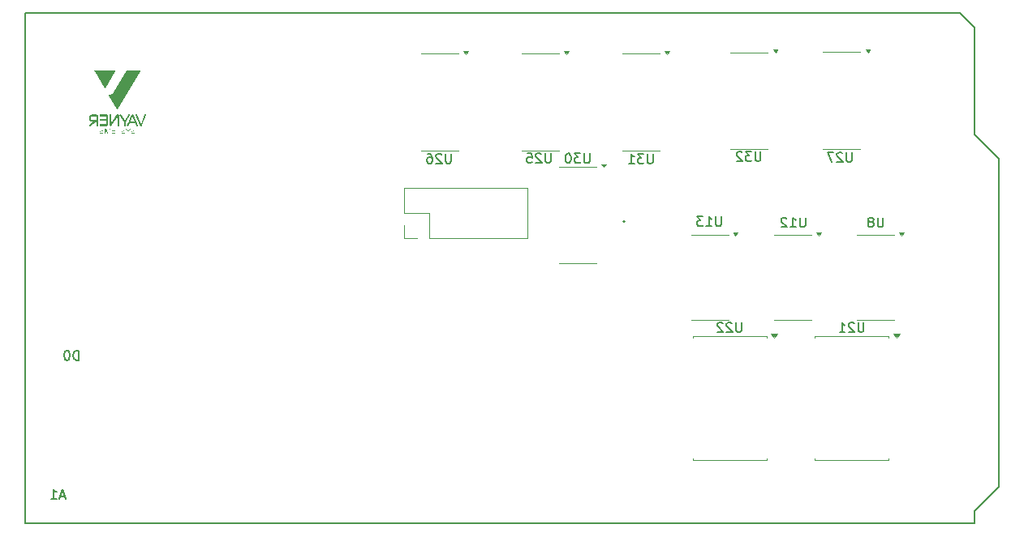
<source format=gbr>
%TF.GenerationSoftware,KiCad,Pcbnew,8.0.8+dfsg-1*%
%TF.CreationDate,2025-07-24T05:24:11-04:00*%
%TF.ProjectId,VGA_SRAM_SHIELD_DB_MULTIPLEX,5647415f-5352-4414-9d5f-534849454c44,rev?*%
%TF.SameCoordinates,Original*%
%TF.FileFunction,Legend,Bot*%
%TF.FilePolarity,Positive*%
%FSLAX46Y46*%
G04 Gerber Fmt 4.6, Leading zero omitted, Abs format (unit mm)*
G04 Created by KiCad (PCBNEW 8.0.8+dfsg-1) date 2025-07-24 05:24:11*
%MOMM*%
%LPD*%
G01*
G04 APERTURE LIST*
%ADD10C,0.000000*%
%ADD11C,0.150000*%
%ADD12C,0.120000*%
G04 APERTURE END LIST*
D10*
G36*
X38792438Y-34085717D02*
G01*
X38801738Y-34086217D01*
X38811170Y-34086999D01*
X38820715Y-34088111D01*
X38830356Y-34089601D01*
X38840074Y-34091517D01*
X38849852Y-34093906D01*
X38859670Y-34096816D01*
X38869512Y-34100294D01*
X38879358Y-34104389D01*
X38889191Y-34109148D01*
X38898992Y-34114618D01*
X38908744Y-34120848D01*
X38918429Y-34127884D01*
X38928027Y-34135776D01*
X38928052Y-34135799D01*
X38928077Y-34135822D01*
X38928102Y-34135843D01*
X38928128Y-34135863D01*
X38928153Y-34135881D01*
X38928179Y-34135899D01*
X38928204Y-34135915D01*
X38928230Y-34135930D01*
X38928255Y-34135945D01*
X38928281Y-34135958D01*
X38928306Y-34135971D01*
X38928331Y-34135983D01*
X38928380Y-34136005D01*
X38928428Y-34136025D01*
X38934155Y-34141303D01*
X38939524Y-34146630D01*
X38944547Y-34151999D01*
X38949235Y-34157407D01*
X38953600Y-34162849D01*
X38957654Y-34168319D01*
X38961407Y-34173814D01*
X38964871Y-34179327D01*
X38970981Y-34190390D01*
X38976075Y-34201471D01*
X38980246Y-34212530D01*
X38983586Y-34223527D01*
X38986187Y-34234425D01*
X38988141Y-34245184D01*
X38989542Y-34255765D01*
X38990480Y-34266128D01*
X38991050Y-34276236D01*
X38991342Y-34286048D01*
X38991465Y-34304630D01*
X38991465Y-35230337D01*
X38991397Y-35233031D01*
X38991194Y-35235689D01*
X38990859Y-35238309D01*
X38990397Y-35240887D01*
X38989810Y-35243420D01*
X38989101Y-35245905D01*
X38988274Y-35248339D01*
X38987332Y-35250717D01*
X38986279Y-35253037D01*
X38985118Y-35255296D01*
X38983851Y-35257490D01*
X38982483Y-35259615D01*
X38981017Y-35261669D01*
X38979456Y-35263649D01*
X38977803Y-35265550D01*
X38976062Y-35267370D01*
X38974235Y-35269105D01*
X38972327Y-35270753D01*
X38970341Y-35272309D01*
X38968279Y-35273770D01*
X38966145Y-35275133D01*
X38963943Y-35276396D01*
X38961676Y-35277553D01*
X38959347Y-35278603D01*
X38956959Y-35279542D01*
X38954516Y-35280366D01*
X38952020Y-35281073D01*
X38949477Y-35281658D01*
X38946887Y-35282120D01*
X38944256Y-35282453D01*
X38941586Y-35282656D01*
X38938880Y-35282724D01*
X38854280Y-35282724D01*
X38851575Y-35282656D01*
X38848904Y-35282453D01*
X38846273Y-35282120D01*
X38843684Y-35281659D01*
X38841140Y-35281073D01*
X38838645Y-35280367D01*
X38836201Y-35279543D01*
X38833814Y-35278604D01*
X38831484Y-35277554D01*
X38829217Y-35276397D01*
X38827015Y-35275135D01*
X38824881Y-35273771D01*
X38822819Y-35272310D01*
X38820833Y-35270754D01*
X38818925Y-35269107D01*
X38817098Y-35267372D01*
X38815357Y-35265552D01*
X38813704Y-35263651D01*
X38812143Y-35261672D01*
X38810677Y-35259618D01*
X38809309Y-35257492D01*
X38808042Y-35255298D01*
X38806881Y-35253040D01*
X38805828Y-35250719D01*
X38804886Y-35248341D01*
X38804059Y-35245907D01*
X38803350Y-35243422D01*
X38802763Y-35240889D01*
X38802301Y-35238310D01*
X38801966Y-35235690D01*
X38801763Y-35233031D01*
X38801695Y-35230337D01*
X38801695Y-34285913D01*
X38801669Y-34283575D01*
X38801593Y-34281479D01*
X38801470Y-34279610D01*
X38801302Y-34277950D01*
X38801092Y-34276483D01*
X38800843Y-34275193D01*
X38800558Y-34274062D01*
X38800239Y-34273073D01*
X38799889Y-34272212D01*
X38799511Y-34271459D01*
X38799107Y-34270800D01*
X38798680Y-34270217D01*
X38798234Y-34269693D01*
X38797770Y-34269213D01*
X38796800Y-34268314D01*
X38796245Y-34267826D01*
X38795966Y-34267600D01*
X38795682Y-34267384D01*
X38795392Y-34267179D01*
X38795093Y-34266984D01*
X38794781Y-34266800D01*
X38794455Y-34266626D01*
X38794113Y-34266461D01*
X38793751Y-34266307D01*
X38793368Y-34266161D01*
X38792960Y-34266025D01*
X38792526Y-34265898D01*
X38792062Y-34265779D01*
X38791567Y-34265669D01*
X38791038Y-34265567D01*
X38790472Y-34265474D01*
X38789867Y-34265387D01*
X38789220Y-34265309D01*
X38788530Y-34265237D01*
X38787006Y-34265116D01*
X38785276Y-34265020D01*
X38783320Y-34264949D01*
X38781119Y-34264901D01*
X38778651Y-34264873D01*
X38775898Y-34264864D01*
X38327630Y-34264864D01*
X38317126Y-34265041D01*
X38307351Y-34265551D01*
X38298280Y-34266362D01*
X38289890Y-34267442D01*
X38282155Y-34268759D01*
X38275052Y-34270283D01*
X38268556Y-34271981D01*
X38262642Y-34273821D01*
X38257286Y-34275772D01*
X38252464Y-34277802D01*
X38248152Y-34279880D01*
X38244324Y-34281973D01*
X38240957Y-34284050D01*
X38238025Y-34286079D01*
X38233373Y-34289867D01*
X38230183Y-34293166D01*
X38227192Y-34296809D01*
X38224394Y-34300774D01*
X38221783Y-34305039D01*
X38219352Y-34309580D01*
X38217096Y-34314376D01*
X38213079Y-34324643D01*
X38209681Y-34335659D01*
X38206849Y-34347247D01*
X38204534Y-34359226D01*
X38202682Y-34371417D01*
X38201242Y-34383642D01*
X38200164Y-34395721D01*
X38198883Y-34418724D01*
X38198427Y-34438994D01*
X38198383Y-34455098D01*
X38198383Y-34459199D01*
X38198728Y-34489889D01*
X38199765Y-34517689D01*
X38201498Y-34542639D01*
X38203932Y-34564775D01*
X38205412Y-34574800D01*
X38207069Y-34584136D01*
X38208902Y-34592788D01*
X38210913Y-34600760D01*
X38213102Y-34608058D01*
X38215470Y-34614686D01*
X38218016Y-34620648D01*
X38220741Y-34625950D01*
X38222415Y-34628407D01*
X38224455Y-34631057D01*
X38226856Y-34633851D01*
X38229612Y-34636743D01*
X38232719Y-34639681D01*
X38236169Y-34642619D01*
X38239959Y-34645508D01*
X38241979Y-34646918D01*
X38244082Y-34648298D01*
X38246267Y-34649642D01*
X38248533Y-34650943D01*
X38250880Y-34652195D01*
X38253307Y-34653392D01*
X38255813Y-34654528D01*
X38258397Y-34655597D01*
X38261059Y-34656593D01*
X38263799Y-34657510D01*
X38266614Y-34658342D01*
X38269506Y-34659083D01*
X38272473Y-34659726D01*
X38275514Y-34660267D01*
X38278628Y-34660697D01*
X38281816Y-34661012D01*
X38285076Y-34661206D01*
X38288408Y-34661272D01*
X38628528Y-34661272D01*
X38633384Y-34661380D01*
X38638152Y-34661701D01*
X38642827Y-34662231D01*
X38647405Y-34662966D01*
X38651881Y-34663901D01*
X38656252Y-34665033D01*
X38660513Y-34666357D01*
X38664660Y-34667868D01*
X38668688Y-34669564D01*
X38672593Y-34671438D01*
X38676371Y-34673488D01*
X38680018Y-34675709D01*
X38683528Y-34678096D01*
X38686899Y-34680646D01*
X38690124Y-34683354D01*
X38693202Y-34686216D01*
X38696126Y-34689228D01*
X38698892Y-34692386D01*
X38701497Y-34695685D01*
X38703936Y-34699121D01*
X38706205Y-34702690D01*
X38708299Y-34706387D01*
X38710214Y-34710209D01*
X38711945Y-34714151D01*
X38713490Y-34718209D01*
X38714842Y-34722379D01*
X38715998Y-34726657D01*
X38716953Y-34731038D01*
X38717704Y-34735517D01*
X38718246Y-34740092D01*
X38718574Y-34744757D01*
X38718684Y-34749509D01*
X38718684Y-34774459D01*
X38718459Y-34781978D01*
X38718181Y-34785535D01*
X38717797Y-34788964D01*
X38717309Y-34792270D01*
X38716720Y-34795458D01*
X38716032Y-34798534D01*
X38715249Y-34801504D01*
X38713403Y-34807143D01*
X38711206Y-34812419D01*
X38708676Y-34817374D01*
X38705835Y-34822050D01*
X38702705Y-34826491D01*
X38699305Y-34830739D01*
X38695658Y-34834837D01*
X38691783Y-34838827D01*
X38687702Y-34842751D01*
X38683436Y-34846654D01*
X38674432Y-34854561D01*
X38670926Y-34857611D01*
X38670890Y-34857636D01*
X38670855Y-34857660D01*
X38670821Y-34857685D01*
X38670789Y-34857710D01*
X38670758Y-34857735D01*
X38670728Y-34857761D01*
X38670699Y-34857788D01*
X38670671Y-34857817D01*
X38670643Y-34857846D01*
X38670615Y-34857878D01*
X38670588Y-34857911D01*
X38670561Y-34857946D01*
X38670534Y-34857983D01*
X38670506Y-34858023D01*
X38670479Y-34858066D01*
X38670451Y-34858111D01*
X38186135Y-35270196D01*
X38184319Y-35271668D01*
X38182446Y-35273055D01*
X38180519Y-35274356D01*
X38178541Y-35275568D01*
X38176516Y-35276691D01*
X38174446Y-35277724D01*
X38172334Y-35278665D01*
X38170185Y-35279512D01*
X38168001Y-35280265D01*
X38165785Y-35280922D01*
X38163541Y-35281482D01*
X38161271Y-35281942D01*
X38158979Y-35282303D01*
X38156668Y-35282562D01*
X38154342Y-35282719D01*
X38152003Y-35282772D01*
X38028178Y-35282772D01*
X38024077Y-35282612D01*
X38020043Y-35282141D01*
X38016091Y-35281367D01*
X38012236Y-35280302D01*
X38008492Y-35278954D01*
X38004874Y-35277336D01*
X38001396Y-35275456D01*
X37998074Y-35273324D01*
X37994921Y-35270952D01*
X37991953Y-35268349D01*
X37989183Y-35265524D01*
X37986628Y-35262489D01*
X37984300Y-35259254D01*
X37982216Y-35255828D01*
X37980388Y-35252221D01*
X37978833Y-35248445D01*
X37977568Y-35244551D01*
X37976620Y-35240614D01*
X37975985Y-35236652D01*
X37975660Y-35232681D01*
X37975639Y-35228718D01*
X37975917Y-35224780D01*
X37976491Y-35220884D01*
X37977355Y-35217047D01*
X37978505Y-35213285D01*
X37979937Y-35209617D01*
X37981645Y-35206058D01*
X37983626Y-35202625D01*
X37985874Y-35199336D01*
X37988385Y-35196208D01*
X37991155Y-35193257D01*
X37994178Y-35190500D01*
X38408183Y-34840987D01*
X38299308Y-34840987D01*
X38279674Y-34840491D01*
X38260548Y-34839011D01*
X38241952Y-34836559D01*
X38223911Y-34833146D01*
X38206446Y-34828784D01*
X38189581Y-34823483D01*
X38173338Y-34817256D01*
X38157740Y-34810113D01*
X38142811Y-34802067D01*
X38128573Y-34793128D01*
X38115049Y-34783309D01*
X38102261Y-34772620D01*
X38090233Y-34761072D01*
X38078988Y-34748678D01*
X38068548Y-34735449D01*
X38058936Y-34721396D01*
X38050080Y-34706489D01*
X38042178Y-34691325D01*
X38035179Y-34675928D01*
X38029028Y-34660323D01*
X38023674Y-34644532D01*
X38019062Y-34628580D01*
X38015141Y-34612492D01*
X38011857Y-34596290D01*
X38009158Y-34580000D01*
X38006990Y-34563643D01*
X38005301Y-34547246D01*
X38004037Y-34530831D01*
X38002576Y-34498046D01*
X38002183Y-34465478D01*
X38002575Y-34432259D01*
X38004036Y-34398313D01*
X38005304Y-34381196D01*
X38007000Y-34364051D01*
X38009181Y-34346932D01*
X38011898Y-34329889D01*
X38015207Y-34312973D01*
X38019162Y-34296237D01*
X38023816Y-34279733D01*
X38029223Y-34263511D01*
X38035437Y-34247623D01*
X38042513Y-34232122D01*
X38050504Y-34217059D01*
X38059464Y-34202485D01*
X38064357Y-34195316D01*
X38069447Y-34188373D01*
X38074734Y-34181653D01*
X38080218Y-34175158D01*
X38085898Y-34168889D01*
X38091775Y-34162844D01*
X38097847Y-34157024D01*
X38104114Y-34151431D01*
X38110575Y-34146063D01*
X38117231Y-34140920D01*
X38124081Y-34136005D01*
X38131124Y-34131315D01*
X38138360Y-34126852D01*
X38145788Y-34122616D01*
X38153409Y-34118607D01*
X38161221Y-34114826D01*
X38169225Y-34111272D01*
X38177419Y-34107945D01*
X38185804Y-34104847D01*
X38194379Y-34101977D01*
X38212097Y-34096921D01*
X38230570Y-34092781D01*
X38249794Y-34089558D01*
X38269767Y-34087254D01*
X38290484Y-34085870D01*
X38311942Y-34085409D01*
X38311950Y-34085374D01*
X38774306Y-34085374D01*
X38792438Y-34085717D01*
G37*
G36*
X40693280Y-35556064D02*
G01*
X40696827Y-35556217D01*
X40700340Y-35556467D01*
X40703815Y-35556834D01*
X40707247Y-35557339D01*
X40710631Y-35558002D01*
X40713961Y-35558845D01*
X40717233Y-35559886D01*
X40720443Y-35561148D01*
X40723584Y-35562651D01*
X40726652Y-35564414D01*
X40729642Y-35566459D01*
X40732550Y-35568807D01*
X40733971Y-35570101D01*
X40735369Y-35571477D01*
X40736745Y-35572940D01*
X40738096Y-35574491D01*
X40738845Y-35575402D01*
X40739733Y-35576557D01*
X40740735Y-35577962D01*
X40741825Y-35579623D01*
X40742977Y-35581550D01*
X40744166Y-35583747D01*
X40745364Y-35586223D01*
X40746546Y-35588983D01*
X40747123Y-35590473D01*
X40747686Y-35592037D01*
X40748233Y-35593675D01*
X40748759Y-35595389D01*
X40749262Y-35597180D01*
X40749738Y-35599048D01*
X40750184Y-35600995D01*
X40750597Y-35603020D01*
X40750973Y-35605126D01*
X40751310Y-35607313D01*
X40751604Y-35609582D01*
X40751852Y-35611933D01*
X40752050Y-35614368D01*
X40752196Y-35616888D01*
X40752286Y-35619493D01*
X40752316Y-35622184D01*
X40752316Y-35985454D01*
X40752256Y-35992484D01*
X40751970Y-35999620D01*
X40751692Y-36003200D01*
X40751299Y-36006772D01*
X40750770Y-36010325D01*
X40750085Y-36013847D01*
X40749225Y-36017328D01*
X40748170Y-36020755D01*
X40746901Y-36024118D01*
X40745397Y-36027404D01*
X40743638Y-36030603D01*
X40741606Y-36033703D01*
X40739279Y-36036693D01*
X40738000Y-36038143D01*
X40736639Y-36039561D01*
X40735159Y-36040983D01*
X40733660Y-36042312D01*
X40732142Y-36043551D01*
X40730607Y-36044703D01*
X40729055Y-36045772D01*
X40727488Y-36046761D01*
X40725906Y-36047672D01*
X40724311Y-36048509D01*
X40721084Y-36049974D01*
X40717817Y-36051179D01*
X40714516Y-36052151D01*
X40711189Y-36052914D01*
X40707846Y-36053493D01*
X40704494Y-36053913D01*
X40701141Y-36054200D01*
X40697795Y-36054379D01*
X40691158Y-36054511D01*
X40684649Y-36054511D01*
X40389179Y-36054522D01*
X40389179Y-36020325D01*
X40674663Y-36020325D01*
X40678285Y-36020231D01*
X40682567Y-36019943D01*
X40687234Y-36019459D01*
X40692010Y-36018772D01*
X40694352Y-36018351D01*
X40696618Y-36017877D01*
X40698773Y-36017350D01*
X40700782Y-36016770D01*
X40702612Y-36016135D01*
X40704228Y-36015446D01*
X40705594Y-36014701D01*
X40706174Y-36014307D01*
X40706678Y-36013899D01*
X40707135Y-36013480D01*
X40707575Y-36013029D01*
X40708000Y-36012548D01*
X40708409Y-36012039D01*
X40709179Y-36010946D01*
X40709886Y-36009763D01*
X40710532Y-36008505D01*
X40711117Y-36007186D01*
X40711642Y-36005822D01*
X40712109Y-36004428D01*
X40712517Y-36003017D01*
X40712868Y-36001605D01*
X40713162Y-36000206D01*
X40713401Y-35998835D01*
X40713586Y-35997506D01*
X40713716Y-35996235D01*
X40713794Y-35995036D01*
X40713820Y-35993924D01*
X40713820Y-35816589D01*
X40399166Y-35816589D01*
X40399166Y-35782457D01*
X40713822Y-35782457D01*
X40713822Y-35622188D01*
X40713806Y-35619958D01*
X40713700Y-35617105D01*
X40713583Y-35615502D01*
X40713410Y-35613813D01*
X40713168Y-35612060D01*
X40712846Y-35610266D01*
X40712433Y-35608456D01*
X40711916Y-35606651D01*
X40711285Y-35604875D01*
X40710529Y-35603151D01*
X40710100Y-35602316D01*
X40709635Y-35601503D01*
X40709133Y-35600714D01*
X40708593Y-35599952D01*
X40708013Y-35599221D01*
X40707391Y-35598523D01*
X40706726Y-35597861D01*
X40706017Y-35597238D01*
X40704998Y-35596462D01*
X40703813Y-35595721D01*
X40702481Y-35595016D01*
X40701022Y-35594350D01*
X40699454Y-35593725D01*
X40697796Y-35593143D01*
X40696066Y-35592606D01*
X40694285Y-35592117D01*
X40692470Y-35591676D01*
X40690640Y-35591288D01*
X40688815Y-35590954D01*
X40687014Y-35590675D01*
X40685254Y-35590454D01*
X40683556Y-35590294D01*
X40681938Y-35590197D01*
X40680419Y-35590164D01*
X40392090Y-35590164D01*
X40392090Y-35555967D01*
X40686106Y-35555967D01*
X40693280Y-35556064D01*
G37*
G36*
X40190943Y-35550352D02*
G01*
X40193525Y-35550525D01*
X40196046Y-35550810D01*
X40198503Y-35551205D01*
X40200895Y-35551708D01*
X40203220Y-35552316D01*
X40205477Y-35553026D01*
X40207665Y-35553837D01*
X40209781Y-35554746D01*
X40211825Y-35555751D01*
X40213794Y-35556849D01*
X40215687Y-35558038D01*
X40217503Y-35559316D01*
X40219241Y-35560679D01*
X40220897Y-35562127D01*
X40222472Y-35563656D01*
X40223963Y-35565264D01*
X40225369Y-35566949D01*
X40226689Y-35568708D01*
X40227920Y-35570539D01*
X40229062Y-35572439D01*
X40230112Y-35574407D01*
X40231070Y-35576440D01*
X40231933Y-35578535D01*
X40232701Y-35580690D01*
X40233371Y-35582903D01*
X40233943Y-35585171D01*
X40234414Y-35587492D01*
X40234783Y-35589864D01*
X40235048Y-35592284D01*
X40235208Y-35594750D01*
X40235262Y-35597259D01*
X40235262Y-36054522D01*
X40196894Y-36054522D01*
X40196894Y-35597259D01*
X40196876Y-35596342D01*
X40196821Y-35595467D01*
X40196733Y-35594632D01*
X40196612Y-35593837D01*
X40196460Y-35593080D01*
X40196279Y-35592362D01*
X40196070Y-35591681D01*
X40195836Y-35591036D01*
X40195578Y-35590427D01*
X40195297Y-35589853D01*
X40194996Y-35589313D01*
X40194675Y-35588806D01*
X40194338Y-35588332D01*
X40193985Y-35587890D01*
X40193618Y-35587478D01*
X40193239Y-35587096D01*
X40192850Y-35586744D01*
X40192452Y-35586420D01*
X40191636Y-35585855D01*
X40190805Y-35585394D01*
X40189974Y-35585032D01*
X40189154Y-35584761D01*
X40188361Y-35584575D01*
X40187608Y-35584468D01*
X40186908Y-35584434D01*
X40186497Y-35584459D01*
X40186071Y-35584531D01*
X40185631Y-35584649D01*
X40185180Y-35584811D01*
X40184718Y-35585015D01*
X40184247Y-35585258D01*
X40183768Y-35585539D01*
X40183282Y-35585855D01*
X40182791Y-35586205D01*
X40182297Y-35586585D01*
X40181303Y-35587432D01*
X40180312Y-35588379D01*
X40179334Y-35589409D01*
X40178381Y-35590506D01*
X40177464Y-35591654D01*
X40176594Y-35592834D01*
X40175783Y-35594032D01*
X40175041Y-35595230D01*
X40174381Y-35596411D01*
X40173813Y-35597560D01*
X40173348Y-35598659D01*
X40003883Y-36006049D01*
X39999078Y-36017169D01*
X39996648Y-36022420D01*
X39994173Y-36027433D01*
X39991632Y-36032184D01*
X39989004Y-36036648D01*
X39986268Y-36040801D01*
X39983403Y-36044620D01*
X39980389Y-36048080D01*
X39977204Y-36051157D01*
X39975541Y-36052544D01*
X39973828Y-36053826D01*
X39972061Y-36055001D01*
X39970239Y-36056065D01*
X39968359Y-36057015D01*
X39966418Y-36057848D01*
X39964414Y-36058561D01*
X39962343Y-36059151D01*
X39960204Y-36059616D01*
X39957993Y-36059951D01*
X39955709Y-36060155D01*
X39953348Y-36060223D01*
X39950988Y-36060155D01*
X39948703Y-36059952D01*
X39946493Y-36059617D01*
X39944354Y-36059154D01*
X39942283Y-36058566D01*
X39940279Y-36057854D01*
X39938338Y-36057023D01*
X39936458Y-36056075D01*
X39934636Y-36055014D01*
X39932869Y-36053841D01*
X39931156Y-36052561D01*
X39929493Y-36051176D01*
X39927878Y-36049690D01*
X39926308Y-36048104D01*
X39924781Y-36046422D01*
X39923294Y-36044648D01*
X39921844Y-36042783D01*
X39920429Y-36040832D01*
X39917693Y-36036680D01*
X39915065Y-36032217D01*
X39912524Y-36027464D01*
X39910049Y-36022448D01*
X39907620Y-36017190D01*
X39905215Y-36011716D01*
X39902814Y-36006049D01*
X39733349Y-35598659D01*
X39732893Y-35597560D01*
X39732332Y-35596411D01*
X39731677Y-35595230D01*
X39730939Y-35594032D01*
X39730130Y-35592834D01*
X39729262Y-35591654D01*
X39728345Y-35590506D01*
X39727393Y-35589409D01*
X39726415Y-35588379D01*
X39725425Y-35587432D01*
X39724433Y-35586585D01*
X39723451Y-35585855D01*
X39722491Y-35585258D01*
X39722022Y-35585015D01*
X39721564Y-35584811D01*
X39721116Y-35584649D01*
X39720682Y-35584531D01*
X39720261Y-35584459D01*
X39719856Y-35584434D01*
X39719155Y-35584468D01*
X39718401Y-35584576D01*
X39717608Y-35584763D01*
X39716788Y-35585035D01*
X39716373Y-35585205D01*
X39715957Y-35585399D01*
X39715540Y-35585618D01*
X39715126Y-35585862D01*
X39714716Y-35586132D01*
X39714310Y-35586428D01*
X39713912Y-35586753D01*
X39713523Y-35587106D01*
X39713144Y-35587488D01*
X39712777Y-35587900D01*
X39712424Y-35588343D01*
X39712087Y-35588817D01*
X39711767Y-35589324D01*
X39711466Y-35589864D01*
X39711185Y-35590438D01*
X39710927Y-35591047D01*
X39710693Y-35591691D01*
X39710485Y-35592371D01*
X39710304Y-35593089D01*
X39710152Y-35593844D01*
X39710031Y-35594638D01*
X39709942Y-35595471D01*
X39709888Y-35596345D01*
X39709869Y-35597259D01*
X39709869Y-36054522D01*
X39671438Y-36054522D01*
X39671438Y-35597259D01*
X39671492Y-35594744D01*
X39671653Y-35592273D01*
X39671920Y-35589849D01*
X39672290Y-35587473D01*
X39672762Y-35585149D01*
X39673335Y-35582878D01*
X39674007Y-35580663D01*
X39674777Y-35578507D01*
X39675642Y-35576411D01*
X39676602Y-35574378D01*
X39677655Y-35572410D01*
X39678798Y-35570509D01*
X39680032Y-35568679D01*
X39681353Y-35566921D01*
X39682761Y-35565237D01*
X39684254Y-35563631D01*
X39685830Y-35562103D01*
X39687488Y-35560658D01*
X39689226Y-35559296D01*
X39691043Y-35558020D01*
X39692936Y-35556834D01*
X39694906Y-35555738D01*
X39696949Y-35554735D01*
X39699064Y-35553828D01*
X39701250Y-35553019D01*
X39703505Y-35552310D01*
X39705828Y-35551704D01*
X39708217Y-35551203D01*
X39710670Y-35550809D01*
X39713186Y-35550525D01*
X39715764Y-35550352D01*
X39718401Y-35550294D01*
X39721022Y-35550348D01*
X39723555Y-35550510D01*
X39726001Y-35550777D01*
X39728365Y-35551150D01*
X39730649Y-35551627D01*
X39732856Y-35552206D01*
X39734989Y-35552886D01*
X39737050Y-35553667D01*
X39739042Y-35554547D01*
X39740969Y-35555525D01*
X39742832Y-35556600D01*
X39744636Y-35557770D01*
X39746383Y-35559035D01*
X39748075Y-35560393D01*
X39749716Y-35561843D01*
X39751308Y-35563384D01*
X39752855Y-35565015D01*
X39754358Y-35566734D01*
X39757248Y-35570434D01*
X39760001Y-35574473D01*
X39762640Y-35578843D01*
X39765187Y-35583534D01*
X39767665Y-35588537D01*
X39770098Y-35593843D01*
X39772508Y-35599441D01*
X39941244Y-36005375D01*
X39943027Y-36010251D01*
X39943554Y-36011559D01*
X39944124Y-36012862D01*
X39944742Y-36014139D01*
X39945414Y-36015369D01*
X39946145Y-36016532D01*
X39946939Y-36017607D01*
X39947363Y-36018105D01*
X39947804Y-36018573D01*
X39948263Y-36019009D01*
X39948742Y-36019409D01*
X39949242Y-36019773D01*
X39949761Y-36020096D01*
X39950302Y-36020377D01*
X39950865Y-36020612D01*
X39951451Y-36020800D01*
X39952060Y-36020937D01*
X39952693Y-36021021D01*
X39953350Y-36021050D01*
X39954007Y-36021021D01*
X39954640Y-36020937D01*
X39955249Y-36020800D01*
X39955834Y-36020612D01*
X39956397Y-36020377D01*
X39956938Y-36020096D01*
X39957458Y-36019773D01*
X39957957Y-36019409D01*
X39958437Y-36019008D01*
X39958896Y-36018572D01*
X39959338Y-36018104D01*
X39959761Y-36017606D01*
X39960167Y-36017081D01*
X39960556Y-36016531D01*
X39960929Y-36015960D01*
X39961287Y-36015368D01*
X39961959Y-36014138D01*
X39962578Y-36012861D01*
X39963148Y-36011558D01*
X39963675Y-36010250D01*
X39964621Y-36007699D01*
X39965456Y-36005375D01*
X40134192Y-35599441D01*
X40136602Y-35593842D01*
X40139035Y-35588537D01*
X40141514Y-35583534D01*
X40144061Y-35578842D01*
X40146699Y-35574472D01*
X40149452Y-35570433D01*
X40152342Y-35566733D01*
X40155393Y-35563384D01*
X40156985Y-35561843D01*
X40158626Y-35560393D01*
X40160318Y-35559035D01*
X40162064Y-35557770D01*
X40163868Y-35556600D01*
X40165732Y-35555525D01*
X40167659Y-35554547D01*
X40169651Y-35553667D01*
X40171712Y-35552886D01*
X40173845Y-35552206D01*
X40176051Y-35551626D01*
X40178335Y-35551150D01*
X40180699Y-35550777D01*
X40183146Y-35550510D01*
X40185679Y-35550348D01*
X40188300Y-35550294D01*
X40190943Y-35550352D01*
G37*
G36*
X41241926Y-34085374D02*
G01*
X41335984Y-34085374D01*
X41339403Y-34085485D01*
X41342781Y-34085814D01*
X41346111Y-34086356D01*
X41349382Y-34087106D01*
X41352586Y-34088058D01*
X41355715Y-34089208D01*
X41358758Y-34090550D01*
X41361707Y-34092080D01*
X41364553Y-34093792D01*
X41367287Y-34095680D01*
X41369899Y-34097741D01*
X41372382Y-34099968D01*
X41374725Y-34102357D01*
X41376921Y-34104903D01*
X41378959Y-34107600D01*
X41380831Y-34110443D01*
X41738810Y-34694440D01*
X42096789Y-34110441D01*
X42097704Y-34109001D01*
X42098661Y-34107596D01*
X42099660Y-34106229D01*
X42100700Y-34104899D01*
X42101778Y-34103606D01*
X42102895Y-34102353D01*
X42104049Y-34101138D01*
X42105239Y-34099963D01*
X42106463Y-34098829D01*
X42107721Y-34097736D01*
X42110334Y-34095675D01*
X42113068Y-34093787D01*
X42115914Y-34092075D01*
X42118863Y-34090546D01*
X42121906Y-34089204D01*
X42125034Y-34088054D01*
X42128238Y-34087103D01*
X42129866Y-34086702D01*
X42131510Y-34086353D01*
X42133168Y-34086056D01*
X42134839Y-34085812D01*
X42136523Y-34085620D01*
X42138217Y-34085483D01*
X42139922Y-34085400D01*
X42141636Y-34085372D01*
X42235695Y-34085372D01*
X42239248Y-34085492D01*
X42242757Y-34085845D01*
X42246212Y-34086427D01*
X42249602Y-34087232D01*
X42252918Y-34088254D01*
X42256149Y-34089488D01*
X42259286Y-34090926D01*
X42262318Y-34092565D01*
X42265236Y-34094397D01*
X42268029Y-34096417D01*
X42270687Y-34098619D01*
X42273199Y-34100997D01*
X42275557Y-34103546D01*
X42277750Y-34106260D01*
X42279768Y-34109133D01*
X42281600Y-34112159D01*
X42283234Y-34115312D01*
X42284639Y-34118540D01*
X42285815Y-34121830D01*
X42286763Y-34125171D01*
X42287482Y-34128552D01*
X42287972Y-34131962D01*
X42288236Y-34135390D01*
X42288271Y-34138823D01*
X42288080Y-34142251D01*
X42287661Y-34145662D01*
X42287016Y-34149045D01*
X42286144Y-34152389D01*
X42285047Y-34155681D01*
X42283723Y-34158912D01*
X42282174Y-34162069D01*
X42280400Y-34165141D01*
X41833654Y-34886194D01*
X41833654Y-35230347D01*
X41833586Y-35233040D01*
X41833383Y-35235699D01*
X41833048Y-35238319D01*
X41832586Y-35240897D01*
X41831998Y-35243431D01*
X41831290Y-35245916D01*
X41830463Y-35248349D01*
X41829521Y-35250727D01*
X41828468Y-35253048D01*
X41827307Y-35255306D01*
X41826040Y-35257500D01*
X41824672Y-35259626D01*
X41823206Y-35261680D01*
X41821645Y-35263659D01*
X41819992Y-35265560D01*
X41818251Y-35267380D01*
X41816424Y-35269115D01*
X41814516Y-35270763D01*
X41812530Y-35272319D01*
X41810468Y-35273780D01*
X41808335Y-35275143D01*
X41806132Y-35276406D01*
X41803865Y-35277563D01*
X41801536Y-35278613D01*
X41799148Y-35279552D01*
X41796705Y-35280376D01*
X41794209Y-35281083D01*
X41791665Y-35281668D01*
X41789076Y-35282129D01*
X41786445Y-35282463D01*
X41783775Y-35282665D01*
X41781069Y-35282733D01*
X41696403Y-35282733D01*
X41693697Y-35282665D01*
X41691027Y-35282463D01*
X41688396Y-35282129D01*
X41685806Y-35281668D01*
X41683262Y-35281083D01*
X41680767Y-35280376D01*
X41678324Y-35279552D01*
X41675936Y-35278614D01*
X41673607Y-35277564D01*
X41671340Y-35276406D01*
X41669137Y-35275144D01*
X41667004Y-35273781D01*
X41664942Y-35272320D01*
X41662956Y-35270764D01*
X41661047Y-35269117D01*
X41659221Y-35267382D01*
X41657480Y-35265562D01*
X41655827Y-35263661D01*
X41654266Y-35261681D01*
X41652800Y-35259627D01*
X41651432Y-35257502D01*
X41650165Y-35255308D01*
X41649004Y-35253049D01*
X41647951Y-35250729D01*
X41647009Y-35248350D01*
X41646182Y-35245917D01*
X41645474Y-35243432D01*
X41644886Y-35240898D01*
X41644424Y-35238320D01*
X41644089Y-35235699D01*
X41643886Y-35233041D01*
X41643818Y-35230347D01*
X41643818Y-34886194D01*
X41197800Y-34166266D01*
X41196810Y-34164710D01*
X41195875Y-34163116D01*
X41194998Y-34161486D01*
X41194178Y-34159821D01*
X41193417Y-34158124D01*
X41192716Y-34156394D01*
X41192076Y-34154633D01*
X41191499Y-34152843D01*
X41190985Y-34151025D01*
X41190536Y-34149180D01*
X41190153Y-34147310D01*
X41189837Y-34145416D01*
X41189590Y-34143499D01*
X41189411Y-34141561D01*
X41189303Y-34139603D01*
X41189267Y-34137626D01*
X41189342Y-34134938D01*
X41189550Y-34132286D01*
X41189890Y-34129673D01*
X41190357Y-34127100D01*
X41190949Y-34124573D01*
X41191662Y-34122094D01*
X41192493Y-34119667D01*
X41193438Y-34117294D01*
X41194495Y-34114980D01*
X41195660Y-34112727D01*
X41196929Y-34110539D01*
X41198299Y-34108419D01*
X41199768Y-34106370D01*
X41201331Y-34104395D01*
X41202986Y-34102499D01*
X41204729Y-34100684D01*
X41206557Y-34098953D01*
X41208466Y-34097310D01*
X41210454Y-34095758D01*
X41212517Y-34094300D01*
X41214651Y-34092941D01*
X41216854Y-34091682D01*
X41219122Y-34090527D01*
X41221451Y-34089480D01*
X41223840Y-34088544D01*
X41226283Y-34087722D01*
X41228779Y-34087017D01*
X41231323Y-34086433D01*
X41233912Y-34085973D01*
X41236543Y-34085641D01*
X41239214Y-34085439D01*
X41241919Y-34085370D01*
X41241926Y-34085374D01*
G37*
G36*
X43289259Y-29445670D02*
G01*
X43292763Y-29445786D01*
X43296225Y-29446133D01*
X43299636Y-29446704D01*
X43302984Y-29447494D01*
X43306261Y-29448496D01*
X43309458Y-29449706D01*
X43312563Y-29451117D01*
X43315568Y-29452723D01*
X43318463Y-29454519D01*
X43321239Y-29456500D01*
X43323884Y-29458659D01*
X43326391Y-29460990D01*
X43328749Y-29463489D01*
X43330948Y-29466149D01*
X43332980Y-29468964D01*
X43334833Y-29471930D01*
X43336484Y-29475022D01*
X43337915Y-29478191D01*
X43339126Y-29481424D01*
X43340116Y-29484712D01*
X43340887Y-29488043D01*
X43341437Y-29491407D01*
X43341767Y-29494793D01*
X43341877Y-29498189D01*
X43341767Y-29501585D01*
X43341437Y-29504971D01*
X43340887Y-29508335D01*
X43340116Y-29511666D01*
X43339126Y-29514954D01*
X43337915Y-29518187D01*
X43336484Y-29521356D01*
X43334833Y-29524448D01*
X41003868Y-33551644D01*
X41002965Y-33553152D01*
X41002015Y-33554621D01*
X41001021Y-33556053D01*
X40999984Y-33557445D01*
X40998905Y-33558799D01*
X40997784Y-33560111D01*
X40996625Y-33561383D01*
X40995427Y-33562614D01*
X40994191Y-33563802D01*
X40992920Y-33564947D01*
X40991614Y-33566048D01*
X40990274Y-33567106D01*
X40988902Y-33568118D01*
X40987499Y-33569084D01*
X40986066Y-33570005D01*
X40984604Y-33570878D01*
X40983114Y-33571703D01*
X40981599Y-33572480D01*
X40980058Y-33573209D01*
X40978493Y-33573887D01*
X40976906Y-33574515D01*
X40975297Y-33575092D01*
X40973668Y-33575617D01*
X40972020Y-33576090D01*
X40970354Y-33576510D01*
X40968671Y-33576876D01*
X40966973Y-33577187D01*
X40965261Y-33577444D01*
X40963536Y-33577644D01*
X40961799Y-33577789D01*
X40960051Y-33577876D01*
X40958294Y-33577905D01*
X40954790Y-33577788D01*
X40951328Y-33577443D01*
X40947918Y-33576875D01*
X40944570Y-33576088D01*
X40941293Y-33575089D01*
X40938096Y-33573883D01*
X40934991Y-33572476D01*
X40931986Y-33570872D01*
X40929090Y-33569078D01*
X40926315Y-33567099D01*
X40923669Y-33564940D01*
X40921162Y-33562607D01*
X40918804Y-33560106D01*
X40916605Y-33557441D01*
X40914574Y-33554619D01*
X40912720Y-33551644D01*
X40055212Y-32070121D01*
X40053474Y-32066864D01*
X40051983Y-32063523D01*
X40050738Y-32060112D01*
X40049738Y-32056643D01*
X40048983Y-32053128D01*
X40048473Y-32049581D01*
X40048206Y-32046015D01*
X40048184Y-32042442D01*
X40048405Y-32038875D01*
X40048869Y-32035327D01*
X40049576Y-32031810D01*
X40050525Y-32028338D01*
X40051716Y-32024924D01*
X40053149Y-32021580D01*
X40054823Y-32018318D01*
X40056737Y-32015153D01*
X40058652Y-32012422D01*
X40060717Y-32009837D01*
X40062925Y-32007403D01*
X40065267Y-32005124D01*
X40067736Y-32003003D01*
X40070322Y-32001045D01*
X40073017Y-31999255D01*
X40075812Y-31997635D01*
X40078700Y-31996190D01*
X40081672Y-31994925D01*
X40084719Y-31993843D01*
X40087833Y-31992949D01*
X40091005Y-31992246D01*
X40094228Y-31991739D01*
X40097492Y-31991432D01*
X40100789Y-31991329D01*
X40102231Y-31991342D01*
X40102950Y-31991359D01*
X40103669Y-31991384D01*
X40104388Y-31991418D01*
X40105107Y-31991461D01*
X40105825Y-31991515D01*
X40106544Y-31991579D01*
X40113280Y-31992281D01*
X40120042Y-31992888D01*
X40126821Y-31993399D01*
X40133614Y-31993817D01*
X40140412Y-31994140D01*
X40147211Y-31994370D01*
X40154003Y-31994508D01*
X40160783Y-31994554D01*
X40193899Y-31993449D01*
X40226634Y-31990171D01*
X40258893Y-31984774D01*
X40290583Y-31977312D01*
X40321608Y-31967839D01*
X40351875Y-31956411D01*
X40381288Y-31943081D01*
X40409754Y-31927904D01*
X40437178Y-31910934D01*
X40463467Y-31892225D01*
X40488524Y-31871832D01*
X40512257Y-31849810D01*
X40534570Y-31826212D01*
X40555370Y-31801093D01*
X40574561Y-31774507D01*
X40592051Y-31746509D01*
X41908609Y-29471901D01*
X41909512Y-29470400D01*
X41910462Y-29468936D01*
X41911456Y-29467509D01*
X41912493Y-29466120D01*
X41913572Y-29464771D01*
X41914692Y-29463460D01*
X41915852Y-29462190D01*
X41917050Y-29460962D01*
X41918286Y-29459775D01*
X41919557Y-29458630D01*
X41920863Y-29457529D01*
X41922203Y-29456471D01*
X41923575Y-29455458D01*
X41924978Y-29454491D01*
X41926411Y-29453569D01*
X41927873Y-29452694D01*
X41929363Y-29451867D01*
X41930878Y-29451088D01*
X41932419Y-29450358D01*
X41933984Y-29449677D01*
X41935571Y-29449047D01*
X41937180Y-29448468D01*
X41938809Y-29447940D01*
X41940457Y-29447465D01*
X41942123Y-29447044D01*
X41943806Y-29446676D01*
X41945504Y-29446363D01*
X41947216Y-29446105D01*
X41948941Y-29445903D01*
X41950678Y-29445758D01*
X41952426Y-29445670D01*
X41954182Y-29445641D01*
X43289259Y-29445670D01*
G37*
G36*
X43019205Y-34085529D02*
G01*
X43023190Y-34085985D01*
X43027095Y-34086735D01*
X43030905Y-34087769D01*
X43034607Y-34089077D01*
X43038188Y-34090650D01*
X43041632Y-34092478D01*
X43044927Y-34094554D01*
X43048058Y-34096866D01*
X43051012Y-34099406D01*
X43053774Y-34102165D01*
X43056331Y-34105133D01*
X43058670Y-34108300D01*
X43060775Y-34111658D01*
X43062634Y-34115198D01*
X43064232Y-34118909D01*
X43427371Y-35058438D01*
X43790576Y-34118909D01*
X43791341Y-34117031D01*
X43792174Y-34115195D01*
X43793072Y-34113402D01*
X43794033Y-34111654D01*
X43795056Y-34109951D01*
X43796138Y-34108295D01*
X43797279Y-34106686D01*
X43798477Y-34105126D01*
X43799729Y-34103616D01*
X43801034Y-34102158D01*
X43802391Y-34100752D01*
X43803797Y-34099399D01*
X43805251Y-34098102D01*
X43806750Y-34096860D01*
X43808295Y-34095675D01*
X43809882Y-34094548D01*
X43811509Y-34093480D01*
X43813176Y-34092473D01*
X43814881Y-34091528D01*
X43816621Y-34090646D01*
X43818395Y-34089827D01*
X43820201Y-34089073D01*
X43822038Y-34088386D01*
X43823903Y-34087766D01*
X43825796Y-34087215D01*
X43827714Y-34086734D01*
X43829655Y-34086323D01*
X43831619Y-34085985D01*
X43833602Y-34085719D01*
X43835604Y-34085528D01*
X43837622Y-34085413D01*
X43839655Y-34085374D01*
X43935236Y-34085374D01*
X43938484Y-34085474D01*
X43941699Y-34085772D01*
X43944873Y-34086263D01*
X43947998Y-34086942D01*
X43951067Y-34087807D01*
X43954070Y-34088852D01*
X43957000Y-34090074D01*
X43959850Y-34091468D01*
X43962610Y-34093030D01*
X43965273Y-34094757D01*
X43967830Y-34096643D01*
X43970275Y-34098684D01*
X43972598Y-34100877D01*
X43974792Y-34103218D01*
X43976848Y-34105701D01*
X43978759Y-34108324D01*
X43980503Y-34111059D01*
X43982063Y-34113876D01*
X43983439Y-34116768D01*
X43984629Y-34119725D01*
X43985632Y-34122738D01*
X43986448Y-34125799D01*
X43987076Y-34128898D01*
X43987515Y-34132027D01*
X43987764Y-34135177D01*
X43987822Y-34138339D01*
X43987689Y-34141504D01*
X43987363Y-34144664D01*
X43986843Y-34147809D01*
X43986130Y-34150932D01*
X43985221Y-34154022D01*
X43984117Y-34157071D01*
X43571964Y-35190329D01*
X43568278Y-35199202D01*
X43564351Y-35207565D01*
X43560202Y-35215431D01*
X43555849Y-35222816D01*
X43551312Y-35229735D01*
X43546608Y-35236203D01*
X43541757Y-35242234D01*
X43536778Y-35247845D01*
X43531689Y-35253050D01*
X43526509Y-35257865D01*
X43521257Y-35262303D01*
X43515951Y-35266381D01*
X43510610Y-35270113D01*
X43505253Y-35273514D01*
X43499899Y-35276600D01*
X43494566Y-35279385D01*
X43484040Y-35284115D01*
X43473823Y-35287823D01*
X43464067Y-35290630D01*
X43454922Y-35292657D01*
X43446536Y-35294023D01*
X43439060Y-35294851D01*
X43432643Y-35295258D01*
X43427437Y-35295368D01*
X43420360Y-35295204D01*
X43413443Y-35294721D01*
X43406686Y-35293931D01*
X43400090Y-35292846D01*
X43393655Y-35291476D01*
X43387381Y-35289835D01*
X43381270Y-35287933D01*
X43375322Y-35285783D01*
X43369537Y-35283396D01*
X43363916Y-35280785D01*
X43358460Y-35277960D01*
X43353169Y-35274934D01*
X43343085Y-35268326D01*
X43333668Y-35261055D01*
X43324923Y-35253215D01*
X43316855Y-35244900D01*
X43309468Y-35236205D01*
X43302767Y-35227224D01*
X43296756Y-35218051D01*
X43291439Y-35208782D01*
X43286822Y-35199509D01*
X43282910Y-35190329D01*
X42870757Y-34157071D01*
X42869652Y-34154032D01*
X42868744Y-34150950D01*
X42868030Y-34147833D01*
X42867511Y-34144691D01*
X42867185Y-34141533D01*
X42867052Y-34138367D01*
X42867110Y-34135204D01*
X42867359Y-34132051D01*
X42867798Y-34128919D01*
X42868426Y-34125816D01*
X42869242Y-34122752D01*
X42870245Y-34119735D01*
X42871435Y-34116774D01*
X42872810Y-34113880D01*
X42874371Y-34111060D01*
X42876115Y-34108324D01*
X42878013Y-34105701D01*
X42880057Y-34103217D01*
X42882239Y-34100877D01*
X42884551Y-34098683D01*
X42886985Y-34096642D01*
X42889533Y-34094756D01*
X42892188Y-34093030D01*
X42894941Y-34091467D01*
X42897785Y-34090073D01*
X42900712Y-34088852D01*
X42903713Y-34087807D01*
X42906782Y-34086942D01*
X42909911Y-34086262D01*
X42913090Y-34085772D01*
X42916313Y-34085474D01*
X42919572Y-34085374D01*
X43015153Y-34085374D01*
X43019205Y-34085529D01*
G37*
G36*
X41318919Y-35590183D02*
G01*
X41110297Y-35590183D01*
X41110297Y-36054522D01*
X41071933Y-36054522D01*
X41071933Y-35590183D01*
X40863310Y-35590183D01*
X40863310Y-35555986D01*
X41318919Y-35555986D01*
X41318919Y-35590183D01*
G37*
G36*
X41670784Y-35556064D02*
G01*
X41677656Y-35556490D01*
X41684217Y-35557176D01*
X41690471Y-35558104D01*
X41696420Y-35559252D01*
X41702068Y-35560601D01*
X41707418Y-35562133D01*
X41712473Y-35563827D01*
X41717236Y-35565663D01*
X41721709Y-35567623D01*
X41725896Y-35569686D01*
X41729800Y-35571833D01*
X41733424Y-35574044D01*
X41736770Y-35576300D01*
X41739843Y-35578581D01*
X41742644Y-35580867D01*
X41745434Y-35583300D01*
X41748066Y-35585783D01*
X41750545Y-35588313D01*
X41752875Y-35590887D01*
X41755060Y-35593501D01*
X41757105Y-35596152D01*
X41759014Y-35598837D01*
X41760793Y-35601552D01*
X41763977Y-35607060D01*
X41766692Y-35612649D01*
X41768975Y-35618291D01*
X41770863Y-35623961D01*
X41772392Y-35629630D01*
X41773598Y-35635273D01*
X41774519Y-35640861D01*
X41775191Y-35646369D01*
X41775649Y-35651769D01*
X41775931Y-35657035D01*
X41776114Y-35667054D01*
X41776060Y-35672159D01*
X41775888Y-35677318D01*
X41775581Y-35682517D01*
X41775119Y-35687744D01*
X41774486Y-35692984D01*
X41773665Y-35698223D01*
X41772636Y-35703447D01*
X41771384Y-35708644D01*
X41769889Y-35713799D01*
X41768136Y-35718898D01*
X41766105Y-35723927D01*
X41763779Y-35728874D01*
X41761141Y-35733723D01*
X41758173Y-35738462D01*
X41754857Y-35743077D01*
X41751176Y-35747553D01*
X41748538Y-35750459D01*
X41745692Y-35753295D01*
X41742649Y-35756061D01*
X41739419Y-35758754D01*
X41736013Y-35761371D01*
X41732441Y-35763912D01*
X41728713Y-35766373D01*
X41724841Y-35768752D01*
X41720835Y-35771048D01*
X41716706Y-35773258D01*
X41712463Y-35775380D01*
X41708119Y-35777412D01*
X41703682Y-35779351D01*
X41699164Y-35781197D01*
X41694575Y-35782945D01*
X41689926Y-35784595D01*
X41491291Y-35852991D01*
X41486223Y-35854826D01*
X41481431Y-35856723D01*
X41476908Y-35858679D01*
X41472647Y-35860693D01*
X41468639Y-35862764D01*
X41464878Y-35864890D01*
X41461355Y-35867070D01*
X41458063Y-35869303D01*
X41454995Y-35871586D01*
X41452142Y-35873918D01*
X41449498Y-35876299D01*
X41447054Y-35878727D01*
X41444804Y-35881200D01*
X41442739Y-35883716D01*
X41440852Y-35886275D01*
X41439135Y-35888875D01*
X41437581Y-35891514D01*
X41436183Y-35894192D01*
X41434932Y-35896906D01*
X41433821Y-35899655D01*
X41432842Y-35902439D01*
X41431988Y-35905254D01*
X41430625Y-35910977D01*
X41429671Y-35916812D01*
X41429064Y-35922748D01*
X41428744Y-35928774D01*
X41428651Y-35934878D01*
X41428979Y-35947338D01*
X41429381Y-35953110D01*
X41429935Y-35958586D01*
X41430636Y-35963773D01*
X41431479Y-35968678D01*
X41432460Y-35973309D01*
X41433573Y-35977671D01*
X41434813Y-35981773D01*
X41436176Y-35985622D01*
X41437656Y-35989223D01*
X41439248Y-35992585D01*
X41440948Y-35995714D01*
X41442751Y-35998618D01*
X41444651Y-36001303D01*
X41446643Y-36003777D01*
X41448723Y-36006047D01*
X41450886Y-36008119D01*
X41453126Y-36010000D01*
X41455439Y-36011698D01*
X41457820Y-36013220D01*
X41460263Y-36014573D01*
X41465319Y-36016799D01*
X41470566Y-36018432D01*
X41475964Y-36019529D01*
X41481475Y-36020145D01*
X41487058Y-36020338D01*
X41768242Y-36020338D01*
X41768245Y-36054522D01*
X41491294Y-36054522D01*
X41481434Y-36054341D01*
X41476358Y-36054062D01*
X41471213Y-36053610D01*
X41466018Y-36052949D01*
X41460796Y-36052044D01*
X41455566Y-36050860D01*
X41450350Y-36049360D01*
X41445168Y-36047511D01*
X41440040Y-36045276D01*
X41434988Y-36042619D01*
X41432497Y-36041122D01*
X41430033Y-36039506D01*
X41427598Y-36037767D01*
X41425194Y-36035901D01*
X41422825Y-36033903D01*
X41420493Y-36031768D01*
X41418201Y-36029493D01*
X41415951Y-36027073D01*
X41413746Y-36024503D01*
X41411588Y-36021779D01*
X41409325Y-36018715D01*
X41407207Y-36015547D01*
X41403388Y-36008948D01*
X41400094Y-36002080D01*
X41397285Y-35995043D01*
X41394923Y-35987936D01*
X41392969Y-35980858D01*
X41391385Y-35973907D01*
X41390132Y-35967185D01*
X41389171Y-35960788D01*
X41388463Y-35954817D01*
X41387654Y-35944547D01*
X41387378Y-35933475D01*
X41387448Y-35928721D01*
X41387672Y-35923823D01*
X41388068Y-35918802D01*
X41388657Y-35913683D01*
X41389459Y-35908489D01*
X41390494Y-35903242D01*
X41391781Y-35897966D01*
X41393340Y-35892684D01*
X41395192Y-35887419D01*
X41397356Y-35882193D01*
X41399851Y-35877031D01*
X41402699Y-35871955D01*
X41405918Y-35866989D01*
X41409528Y-35862155D01*
X41413550Y-35857477D01*
X41418004Y-35852977D01*
X41421303Y-35849977D01*
X41424797Y-35847117D01*
X41428481Y-35844388D01*
X41432347Y-35841778D01*
X41436388Y-35839278D01*
X41440599Y-35836876D01*
X41444974Y-35834562D01*
X41449505Y-35832325D01*
X41454187Y-35830155D01*
X41459012Y-35828040D01*
X41469070Y-35823937D01*
X41479626Y-35819931D01*
X41490631Y-35815935D01*
X41684238Y-35747540D01*
X41688579Y-35745900D01*
X41692665Y-35744182D01*
X41696503Y-35742390D01*
X41700102Y-35740524D01*
X41703469Y-35738589D01*
X41706611Y-35736586D01*
X41709537Y-35734517D01*
X41712254Y-35732386D01*
X41714769Y-35730193D01*
X41717091Y-35727942D01*
X41719228Y-35725636D01*
X41721186Y-35723276D01*
X41722973Y-35720864D01*
X41724598Y-35718404D01*
X41726067Y-35715898D01*
X41727390Y-35713347D01*
X41728572Y-35710755D01*
X41729623Y-35708124D01*
X41730549Y-35705455D01*
X41731358Y-35702753D01*
X41732059Y-35700018D01*
X41732658Y-35697253D01*
X41733583Y-35691644D01*
X41734196Y-35685945D01*
X41734558Y-35680175D01*
X41734729Y-35674352D01*
X41734773Y-35668496D01*
X41734744Y-35661711D01*
X41734539Y-35654339D01*
X41734317Y-35650497D01*
X41733985Y-35646586D01*
X41733521Y-35642631D01*
X41732904Y-35638659D01*
X41732112Y-35634696D01*
X41731123Y-35630767D01*
X41729915Y-35626898D01*
X41728466Y-35623115D01*
X41726754Y-35619445D01*
X41724758Y-35615912D01*
X41723646Y-35614206D01*
X41722455Y-35612544D01*
X41721182Y-35610929D01*
X41719823Y-35609365D01*
X41717440Y-35607035D01*
X41714844Y-35604856D01*
X41712055Y-35602826D01*
X41709095Y-35600946D01*
X41705985Y-35599217D01*
X41702745Y-35597638D01*
X41699397Y-35596209D01*
X41695961Y-35594930D01*
X41692459Y-35593802D01*
X41688911Y-35592824D01*
X41685338Y-35591996D01*
X41681761Y-35591319D01*
X41678201Y-35590792D01*
X41674679Y-35590415D01*
X41671216Y-35590189D01*
X41667833Y-35590114D01*
X41410859Y-35590114D01*
X41410859Y-35555917D01*
X41663600Y-35555917D01*
X41670784Y-35556064D01*
G37*
G36*
X39147762Y-34085374D02*
G01*
X39795127Y-34085374D01*
X39810281Y-34085490D01*
X39818787Y-34085766D01*
X39827815Y-34086302D01*
X39837290Y-34087187D01*
X39847139Y-34088507D01*
X39857288Y-34090348D01*
X39867664Y-34092799D01*
X39878193Y-34095946D01*
X39888800Y-34099875D01*
X39894111Y-34102161D01*
X39899413Y-34104675D01*
X39904698Y-34107429D01*
X39909957Y-34110432D01*
X39915181Y-34113697D01*
X39920359Y-34117233D01*
X39925484Y-34121052D01*
X39930545Y-34125165D01*
X39935534Y-34129583D01*
X39940442Y-34134315D01*
X39945258Y-34139374D01*
X39949974Y-34144771D01*
X39953733Y-34149454D01*
X39957541Y-34154605D01*
X39961359Y-34160237D01*
X39965146Y-34166362D01*
X39968861Y-34172992D01*
X39972465Y-34180141D01*
X39975917Y-34187821D01*
X39979177Y-34196043D01*
X39982204Y-34204822D01*
X39984959Y-34214169D01*
X39987400Y-34224096D01*
X39989488Y-34234617D01*
X39991182Y-34245743D01*
X39992442Y-34257488D01*
X39993227Y-34269864D01*
X39993429Y-34276292D01*
X39993498Y-34282883D01*
X39993498Y-35079076D01*
X39993400Y-35095102D01*
X39992719Y-35113125D01*
X39991976Y-35122726D01*
X39990868Y-35132635D01*
X39989321Y-35142790D01*
X39987264Y-35153126D01*
X39984622Y-35163579D01*
X39981322Y-35174087D01*
X39977292Y-35184586D01*
X39972458Y-35195012D01*
X39969717Y-35200178D01*
X39966747Y-35205302D01*
X39963540Y-35210375D01*
X39960087Y-35215391D01*
X39956378Y-35220341D01*
X39952404Y-35225217D01*
X39948156Y-35230012D01*
X39943625Y-35234716D01*
X39939062Y-35239085D01*
X39934446Y-35243181D01*
X39929781Y-35247013D01*
X39925075Y-35250589D01*
X39915562Y-35257011D01*
X39905956Y-35262517D01*
X39896307Y-35267178D01*
X39886665Y-35271064D01*
X39877079Y-35274245D01*
X39867599Y-35276793D01*
X39858275Y-35278777D01*
X39849157Y-35280268D01*
X39840294Y-35281336D01*
X39831735Y-35282053D01*
X39815732Y-35282710D01*
X39801545Y-35282804D01*
X39141548Y-35282804D01*
X39138842Y-35282736D01*
X39136172Y-35282533D01*
X39133541Y-35282200D01*
X39130951Y-35281739D01*
X39128408Y-35281153D01*
X39125912Y-35280447D01*
X39123469Y-35279623D01*
X39121081Y-35278684D01*
X39118752Y-35277634D01*
X39116485Y-35276477D01*
X39114283Y-35275215D01*
X39112149Y-35273852D01*
X39110087Y-35272390D01*
X39108101Y-35270835D01*
X39106193Y-35269187D01*
X39104366Y-35267452D01*
X39102625Y-35265632D01*
X39100972Y-35263731D01*
X39099411Y-35261752D01*
X39097945Y-35259698D01*
X39096577Y-35257572D01*
X39095310Y-35255378D01*
X39094149Y-35253120D01*
X39093096Y-35250800D01*
X39092154Y-35248421D01*
X39091327Y-35245988D01*
X39090619Y-35243502D01*
X39090031Y-35240969D01*
X39089569Y-35238390D01*
X39089234Y-35235770D01*
X39089031Y-35233111D01*
X39088963Y-35230417D01*
X39088963Y-35155476D01*
X39089031Y-35152782D01*
X39089234Y-35150124D01*
X39089569Y-35147504D01*
X39090031Y-35144925D01*
X39090619Y-35142392D01*
X39091327Y-35139907D01*
X39092154Y-35137474D01*
X39093096Y-35135095D01*
X39094149Y-35132775D01*
X39095310Y-35130516D01*
X39096577Y-35128322D01*
X39097945Y-35126197D01*
X39099411Y-35124143D01*
X39100972Y-35122163D01*
X39102625Y-35120262D01*
X39104366Y-35118442D01*
X39106193Y-35116707D01*
X39108101Y-35115060D01*
X39110087Y-35113504D01*
X39112149Y-35112042D01*
X39114283Y-35110679D01*
X39116485Y-35109417D01*
X39118752Y-35108259D01*
X39121081Y-35107209D01*
X39123469Y-35106270D01*
X39125912Y-35105446D01*
X39128408Y-35104740D01*
X39130951Y-35104154D01*
X39133541Y-35103693D01*
X39136172Y-35103360D01*
X39138842Y-35103157D01*
X39141548Y-35103089D01*
X39770061Y-35103089D01*
X39773970Y-35103010D01*
X39778146Y-35102788D01*
X39782493Y-35102443D01*
X39786920Y-35101995D01*
X39791330Y-35101465D01*
X39795632Y-35100874D01*
X39799730Y-35100241D01*
X39803531Y-35099589D01*
X39803580Y-35099031D01*
X39803622Y-35098495D01*
X39803651Y-35098007D01*
X39803660Y-35097787D01*
X39803663Y-35097588D01*
X39803663Y-34761306D01*
X39163440Y-34761306D01*
X39160735Y-34761238D01*
X39158065Y-34761036D01*
X39155433Y-34760703D01*
X39152844Y-34760243D01*
X39150300Y-34759658D01*
X39147805Y-34758953D01*
X39145362Y-34758130D01*
X39142974Y-34757193D01*
X39140645Y-34756145D01*
X39138377Y-34754989D01*
X39136175Y-34753729D01*
X39134041Y-34752367D01*
X39131980Y-34750907D01*
X39129993Y-34749353D01*
X39128085Y-34747707D01*
X39126259Y-34745973D01*
X39124517Y-34744155D01*
X39122864Y-34742254D01*
X39121303Y-34740276D01*
X39119837Y-34738222D01*
X39118469Y-34736097D01*
X39117203Y-34733903D01*
X39116041Y-34731644D01*
X39114988Y-34729323D01*
X39114046Y-34726943D01*
X39113219Y-34724508D01*
X39112511Y-34722021D01*
X39111923Y-34719485D01*
X39111461Y-34716904D01*
X39111126Y-34714280D01*
X39110923Y-34711617D01*
X39110855Y-34708919D01*
X39110855Y-34633978D01*
X39110923Y-34631284D01*
X39111126Y-34628626D01*
X39111461Y-34626006D01*
X39111923Y-34623427D01*
X39112511Y-34620894D01*
X39113219Y-34618409D01*
X39114046Y-34615975D01*
X39114988Y-34613597D01*
X39116041Y-34611277D01*
X39117203Y-34609018D01*
X39118469Y-34606824D01*
X39119837Y-34604699D01*
X39121303Y-34602644D01*
X39122864Y-34600665D01*
X39124517Y-34598764D01*
X39126259Y-34596944D01*
X39128085Y-34595209D01*
X39129993Y-34593561D01*
X39131980Y-34592005D01*
X39134041Y-34590544D01*
X39136175Y-34589181D01*
X39138377Y-34587918D01*
X39140645Y-34586761D01*
X39142974Y-34585711D01*
X39145362Y-34584772D01*
X39147805Y-34583948D01*
X39150300Y-34583241D01*
X39152844Y-34582656D01*
X39155433Y-34582195D01*
X39158065Y-34581861D01*
X39160735Y-34581659D01*
X39163440Y-34581591D01*
X39803663Y-34581591D01*
X39803663Y-34282745D01*
X39803648Y-34280236D01*
X39803604Y-34277949D01*
X39803532Y-34275874D01*
X39803435Y-34273999D01*
X39803312Y-34272312D01*
X39803167Y-34270803D01*
X39803000Y-34269460D01*
X39802812Y-34268270D01*
X39800464Y-34267623D01*
X39797929Y-34267005D01*
X39795274Y-34266434D01*
X39792568Y-34265927D01*
X39789877Y-34265503D01*
X39787269Y-34265178D01*
X39784811Y-34264970D01*
X39783660Y-34264915D01*
X39782571Y-34264897D01*
X39147774Y-34264897D01*
X39145068Y-34264829D01*
X39142398Y-34264627D01*
X39139766Y-34264294D01*
X39137177Y-34263834D01*
X39134633Y-34263249D01*
X39132138Y-34262544D01*
X39129695Y-34261721D01*
X39127307Y-34260784D01*
X39124978Y-34259736D01*
X39122710Y-34258580D01*
X39120508Y-34257320D01*
X39118375Y-34255958D01*
X39116313Y-34254498D01*
X39114326Y-34252944D01*
X39112418Y-34251298D01*
X39110592Y-34249564D01*
X39108850Y-34247746D01*
X39107197Y-34245845D01*
X39105636Y-34243867D01*
X39104170Y-34241813D01*
X39102802Y-34239688D01*
X39101536Y-34237494D01*
X39100374Y-34235235D01*
X39099321Y-34232914D01*
X39098379Y-34230534D01*
X39097552Y-34228099D01*
X39096844Y-34225612D01*
X39096256Y-34223076D01*
X39095794Y-34220495D01*
X39095459Y-34217871D01*
X39095256Y-34215208D01*
X39095188Y-34212510D01*
X39095188Y-34137568D01*
X39095256Y-34134881D01*
X39095459Y-34132229D01*
X39095794Y-34129615D01*
X39096256Y-34127043D01*
X39096844Y-34124516D01*
X39097552Y-34122037D01*
X39098379Y-34119610D01*
X39099321Y-34117237D01*
X39100374Y-34114923D01*
X39101536Y-34112670D01*
X39102802Y-34110482D01*
X39104170Y-34108361D01*
X39105636Y-34106312D01*
X39107197Y-34104338D01*
X39108850Y-34102442D01*
X39110592Y-34100626D01*
X39112418Y-34098896D01*
X39114326Y-34097253D01*
X39116313Y-34095701D01*
X39118375Y-34094243D01*
X39120508Y-34092883D01*
X39122710Y-34091624D01*
X39124978Y-34090470D01*
X39127307Y-34089423D01*
X39129695Y-34088486D01*
X39132138Y-34087664D01*
X39134633Y-34086960D01*
X39137177Y-34086376D01*
X39139766Y-34085916D01*
X39142398Y-34085583D01*
X39145068Y-34085381D01*
X39147774Y-34085313D01*
X39147762Y-34085374D01*
G37*
G36*
X39405238Y-35556064D02*
G01*
X39412107Y-35556490D01*
X39418665Y-35557176D01*
X39424915Y-35558104D01*
X39430861Y-35559252D01*
X39436505Y-35560601D01*
X39441851Y-35562133D01*
X39446902Y-35563827D01*
X39451662Y-35565663D01*
X39456134Y-35567623D01*
X39460321Y-35569686D01*
X39464226Y-35571833D01*
X39467853Y-35574044D01*
X39471205Y-35576300D01*
X39474286Y-35578581D01*
X39477098Y-35580867D01*
X39479888Y-35583300D01*
X39482521Y-35585783D01*
X39484999Y-35588313D01*
X39487329Y-35590887D01*
X39489514Y-35593501D01*
X39491559Y-35596152D01*
X39493469Y-35598837D01*
X39495248Y-35601552D01*
X39498432Y-35607060D01*
X39501147Y-35612649D01*
X39503430Y-35618291D01*
X39505318Y-35623961D01*
X39506847Y-35629630D01*
X39508053Y-35635273D01*
X39508974Y-35640861D01*
X39509645Y-35646369D01*
X39510104Y-35651769D01*
X39510386Y-35657035D01*
X39510568Y-35667054D01*
X39510515Y-35672159D01*
X39510343Y-35677318D01*
X39510035Y-35682517D01*
X39509574Y-35687744D01*
X39508941Y-35692984D01*
X39508119Y-35698223D01*
X39507091Y-35703447D01*
X39505839Y-35708644D01*
X39504344Y-35713799D01*
X39502591Y-35718898D01*
X39500560Y-35723927D01*
X39498234Y-35728874D01*
X39495596Y-35733723D01*
X39492628Y-35738462D01*
X39489312Y-35743077D01*
X39485631Y-35747553D01*
X39482994Y-35750459D01*
X39480148Y-35753295D01*
X39477106Y-35756061D01*
X39473876Y-35758754D01*
X39470471Y-35761371D01*
X39466901Y-35763912D01*
X39463175Y-35766373D01*
X39459306Y-35768752D01*
X39455303Y-35771048D01*
X39451178Y-35773258D01*
X39446941Y-35775380D01*
X39442602Y-35777412D01*
X39438173Y-35779351D01*
X39433664Y-35781197D01*
X39429085Y-35782945D01*
X39424448Y-35784595D01*
X39225814Y-35852991D01*
X39220746Y-35854826D01*
X39215954Y-35856723D01*
X39211431Y-35858679D01*
X39207170Y-35860693D01*
X39203162Y-35862764D01*
X39199401Y-35864890D01*
X39195878Y-35867070D01*
X39192586Y-35869303D01*
X39189517Y-35871586D01*
X39186665Y-35873918D01*
X39184021Y-35876299D01*
X39181577Y-35878727D01*
X39179326Y-35881200D01*
X39177261Y-35883716D01*
X39175374Y-35886275D01*
X39173658Y-35888875D01*
X39172104Y-35891514D01*
X39170705Y-35894192D01*
X39169454Y-35896906D01*
X39168343Y-35899655D01*
X39167364Y-35902439D01*
X39166511Y-35905254D01*
X39165148Y-35910977D01*
X39164193Y-35916812D01*
X39163586Y-35922748D01*
X39163267Y-35928774D01*
X39163173Y-35934878D01*
X39163501Y-35947338D01*
X39163903Y-35953110D01*
X39164457Y-35958586D01*
X39165158Y-35963773D01*
X39166001Y-35968678D01*
X39166982Y-35973309D01*
X39168095Y-35977671D01*
X39169335Y-35981773D01*
X39170698Y-35985622D01*
X39172178Y-35989223D01*
X39173770Y-35992585D01*
X39175470Y-35995714D01*
X39177273Y-35998618D01*
X39179173Y-36001303D01*
X39181165Y-36003777D01*
X39183245Y-36006047D01*
X39185408Y-36008119D01*
X39187648Y-36010000D01*
X39189961Y-36011698D01*
X39192342Y-36013220D01*
X39194785Y-36014573D01*
X39199841Y-36016799D01*
X39205088Y-36018432D01*
X39210486Y-36019529D01*
X39215997Y-36020145D01*
X39221580Y-36020338D01*
X39502763Y-36020338D01*
X39502763Y-36054535D01*
X39502633Y-36054522D01*
X39225683Y-36054522D01*
X39215822Y-36054341D01*
X39210746Y-36054062D01*
X39205601Y-36053610D01*
X39200407Y-36052949D01*
X39195184Y-36052044D01*
X39189955Y-36050860D01*
X39184738Y-36049360D01*
X39179556Y-36047511D01*
X39174429Y-36045276D01*
X39169377Y-36042619D01*
X39166886Y-36041122D01*
X39164421Y-36039506D01*
X39161986Y-36037767D01*
X39159583Y-36035901D01*
X39157214Y-36033903D01*
X39154882Y-36031768D01*
X39152590Y-36029493D01*
X39150340Y-36027073D01*
X39148135Y-36024503D01*
X39145977Y-36021779D01*
X39143713Y-36018715D01*
X39141595Y-36015547D01*
X39137777Y-36008948D01*
X39134483Y-36002080D01*
X39131674Y-35995043D01*
X39129312Y-35987936D01*
X39127358Y-35980858D01*
X39125774Y-35973907D01*
X39124521Y-35967185D01*
X39123559Y-35960788D01*
X39122852Y-35954817D01*
X39122043Y-35944547D01*
X39121767Y-35933475D01*
X39121837Y-35928721D01*
X39122060Y-35923823D01*
X39122456Y-35918802D01*
X39123045Y-35913683D01*
X39123847Y-35908489D01*
X39124882Y-35903242D01*
X39126169Y-35897966D01*
X39127728Y-35892684D01*
X39129580Y-35887419D01*
X39131743Y-35882193D01*
X39134239Y-35877031D01*
X39137087Y-35871955D01*
X39140306Y-35866989D01*
X39143917Y-35862155D01*
X39147939Y-35857477D01*
X39152393Y-35852977D01*
X39155692Y-35849977D01*
X39159187Y-35847117D01*
X39162870Y-35844388D01*
X39166736Y-35841778D01*
X39170778Y-35839278D01*
X39174989Y-35836876D01*
X39179363Y-35834562D01*
X39183894Y-35832325D01*
X39188576Y-35830155D01*
X39193402Y-35828040D01*
X39203459Y-35823937D01*
X39214016Y-35819931D01*
X39225021Y-35815935D01*
X39418693Y-35747540D01*
X39423034Y-35745900D01*
X39427120Y-35744182D01*
X39430959Y-35742390D01*
X39434557Y-35740524D01*
X39437924Y-35738589D01*
X39441067Y-35736586D01*
X39443992Y-35734517D01*
X39446709Y-35732386D01*
X39449225Y-35730193D01*
X39451547Y-35727942D01*
X39453683Y-35725636D01*
X39455641Y-35723276D01*
X39457428Y-35720864D01*
X39459053Y-35718404D01*
X39460523Y-35715898D01*
X39461845Y-35713347D01*
X39463027Y-35710755D01*
X39464078Y-35708124D01*
X39465004Y-35705455D01*
X39465813Y-35702753D01*
X39466514Y-35700018D01*
X39467113Y-35697253D01*
X39468039Y-35691644D01*
X39468651Y-35685945D01*
X39469013Y-35680175D01*
X39469184Y-35674352D01*
X39469228Y-35668496D01*
X39469199Y-35661711D01*
X39468994Y-35654339D01*
X39468772Y-35650497D01*
X39468440Y-35646586D01*
X39467976Y-35642631D01*
X39467359Y-35638659D01*
X39466567Y-35634696D01*
X39465578Y-35630767D01*
X39464370Y-35626898D01*
X39462921Y-35623115D01*
X39461210Y-35619445D01*
X39459213Y-35615912D01*
X39458101Y-35614206D01*
X39456910Y-35612544D01*
X39455637Y-35610929D01*
X39454279Y-35609365D01*
X39451895Y-35607035D01*
X39449299Y-35604856D01*
X39446510Y-35602826D01*
X39443550Y-35600946D01*
X39440440Y-35599217D01*
X39437200Y-35597638D01*
X39433852Y-35596209D01*
X39430416Y-35594930D01*
X39426914Y-35593802D01*
X39423366Y-35592824D01*
X39419793Y-35591996D01*
X39416216Y-35591319D01*
X39412656Y-35590792D01*
X39409134Y-35590415D01*
X39405671Y-35590189D01*
X39402288Y-35590114D01*
X39145313Y-35590114D01*
X39145313Y-35555917D01*
X39398054Y-35555917D01*
X39405238Y-35556064D01*
G37*
G36*
X43137719Y-35210108D02*
G01*
X43138909Y-35213162D01*
X43139897Y-35216262D01*
X43140686Y-35219400D01*
X43141275Y-35222566D01*
X43141666Y-35225751D01*
X43141859Y-35228946D01*
X43141855Y-35232142D01*
X43141656Y-35235329D01*
X43141260Y-35238500D01*
X43140671Y-35241644D01*
X43139887Y-35244753D01*
X43138910Y-35247818D01*
X43137742Y-35250829D01*
X43136381Y-35253778D01*
X43134830Y-35256656D01*
X43133089Y-35259452D01*
X43131189Y-35262126D01*
X43129138Y-35264658D01*
X43126946Y-35267045D01*
X43124620Y-35269282D01*
X43122169Y-35271366D01*
X43119601Y-35273291D01*
X43116924Y-35275054D01*
X43114147Y-35276649D01*
X43111278Y-35278073D01*
X43108324Y-35279321D01*
X43105295Y-35280389D01*
X43102198Y-35281273D01*
X43099042Y-35281968D01*
X43095835Y-35282470D01*
X43092585Y-35282774D01*
X43089301Y-35282876D01*
X42998417Y-35282876D01*
X42994463Y-35282729D01*
X42990571Y-35282293D01*
X42986755Y-35281576D01*
X42983027Y-35280587D01*
X42979400Y-35279336D01*
X42975887Y-35277829D01*
X42972501Y-35276077D01*
X42969255Y-35274088D01*
X42966162Y-35271869D01*
X42963234Y-35269431D01*
X42960485Y-35266782D01*
X42957927Y-35263929D01*
X42955573Y-35260882D01*
X42953437Y-35257650D01*
X42951530Y-35254241D01*
X42949867Y-35250663D01*
X42830143Y-34964452D01*
X42263872Y-34964452D01*
X42144149Y-35250663D01*
X42143354Y-35252474D01*
X42142496Y-35254243D01*
X42141577Y-35255970D01*
X42140598Y-35257653D01*
X42139561Y-35259293D01*
X42138467Y-35260887D01*
X42137318Y-35262434D01*
X42136117Y-35263934D01*
X42134863Y-35265385D01*
X42133560Y-35266787D01*
X42132209Y-35268137D01*
X42130810Y-35269436D01*
X42129367Y-35270682D01*
X42127881Y-35271874D01*
X42126353Y-35273011D01*
X42124785Y-35274092D01*
X42123179Y-35275116D01*
X42121535Y-35276081D01*
X42119857Y-35276987D01*
X42118146Y-35277832D01*
X42116402Y-35278616D01*
X42114629Y-35279338D01*
X42112827Y-35279996D01*
X42110998Y-35280589D01*
X42109144Y-35281116D01*
X42107266Y-35281577D01*
X42105367Y-35281969D01*
X42103447Y-35282293D01*
X42101508Y-35282547D01*
X42099553Y-35282729D01*
X42097583Y-35282839D01*
X42095598Y-35282876D01*
X42004715Y-35282876D01*
X42001419Y-35282774D01*
X41998161Y-35282470D01*
X41994949Y-35281968D01*
X41991789Y-35281273D01*
X41988690Y-35280389D01*
X41985659Y-35279321D01*
X41982705Y-35278072D01*
X41979836Y-35276648D01*
X41977059Y-35275053D01*
X41974381Y-35273290D01*
X41971812Y-35271365D01*
X41969359Y-35269282D01*
X41967029Y-35267044D01*
X41964831Y-35264657D01*
X41962772Y-35262125D01*
X41960860Y-35259452D01*
X41959131Y-35256665D01*
X41957590Y-35253795D01*
X41956239Y-35250851D01*
X41955078Y-35247842D01*
X41954108Y-35244778D01*
X41953330Y-35241668D01*
X41952744Y-35238521D01*
X41952353Y-35235348D01*
X41952156Y-35232157D01*
X41952154Y-35228957D01*
X41952348Y-35225758D01*
X41952740Y-35222570D01*
X41953329Y-35219402D01*
X41954118Y-35216262D01*
X41955106Y-35213161D01*
X41956295Y-35210108D01*
X42136817Y-34784730D01*
X42340601Y-34784730D01*
X42753216Y-34784730D01*
X42546908Y-34293203D01*
X42340601Y-34784730D01*
X42136817Y-34784730D01*
X42376318Y-34220374D01*
X42376368Y-34220275D01*
X42376392Y-34220224D01*
X42376417Y-34220168D01*
X42376430Y-34220138D01*
X42376442Y-34220107D01*
X42376455Y-34220074D01*
X42376467Y-34220039D01*
X42376479Y-34220001D01*
X42376492Y-34219962D01*
X42376504Y-34219919D01*
X42376516Y-34219874D01*
X42385390Y-34199841D01*
X42390768Y-34188564D01*
X42396853Y-34176741D01*
X42403706Y-34164593D01*
X42411387Y-34152341D01*
X42419957Y-34140207D01*
X42429474Y-34128411D01*
X42434607Y-34122709D01*
X42440000Y-34117175D01*
X42445660Y-34111836D01*
X42451595Y-34106720D01*
X42457812Y-34101854D01*
X42464318Y-34097267D01*
X42471122Y-34092985D01*
X42478231Y-34089036D01*
X42485651Y-34085449D01*
X42493392Y-34082250D01*
X42501460Y-34079468D01*
X42509863Y-34077129D01*
X42518608Y-34075262D01*
X42527703Y-34073894D01*
X42537156Y-34073053D01*
X42546973Y-34072767D01*
X42546975Y-34072872D01*
X42556940Y-34073159D01*
X42566525Y-34074003D01*
X42575738Y-34075375D01*
X42584588Y-34077248D01*
X42593082Y-34079595D01*
X42601229Y-34082386D01*
X42609036Y-34085596D01*
X42616513Y-34089195D01*
X42623666Y-34093157D01*
X42630504Y-34097453D01*
X42637036Y-34102055D01*
X42643269Y-34106937D01*
X42649211Y-34112070D01*
X42654871Y-34117426D01*
X42660256Y-34122978D01*
X42665376Y-34128698D01*
X42674848Y-34140532D01*
X42683352Y-34152705D01*
X42690954Y-34164995D01*
X42697719Y-34177181D01*
X42703710Y-34189041D01*
X42708993Y-34200352D01*
X42717696Y-34220442D01*
X42957185Y-34784730D01*
X43137719Y-35210108D01*
G37*
G36*
X42690417Y-35556064D02*
G01*
X42697286Y-35556490D01*
X42703844Y-35557176D01*
X42710094Y-35558104D01*
X42716040Y-35559252D01*
X42721684Y-35560601D01*
X42727030Y-35562133D01*
X42732082Y-35563827D01*
X42736841Y-35565663D01*
X42741313Y-35567623D01*
X42745500Y-35569686D01*
X42749406Y-35571833D01*
X42753033Y-35574044D01*
X42756385Y-35576300D01*
X42759465Y-35578581D01*
X42762277Y-35580867D01*
X42765068Y-35583300D01*
X42767700Y-35585783D01*
X42770179Y-35588313D01*
X42772508Y-35590887D01*
X42774693Y-35593501D01*
X42776738Y-35596152D01*
X42778648Y-35598837D01*
X42780427Y-35601552D01*
X42783611Y-35607060D01*
X42786326Y-35612649D01*
X42788609Y-35618291D01*
X42790497Y-35623961D01*
X42792026Y-35629630D01*
X42793232Y-35635273D01*
X42794153Y-35640861D01*
X42794824Y-35646369D01*
X42795283Y-35651769D01*
X42795565Y-35657035D01*
X42795747Y-35667054D01*
X42795694Y-35672159D01*
X42795522Y-35677318D01*
X42795214Y-35682517D01*
X42794753Y-35687744D01*
X42794120Y-35692984D01*
X42793298Y-35698223D01*
X42792270Y-35703447D01*
X42791017Y-35708644D01*
X42789523Y-35713799D01*
X42787769Y-35718898D01*
X42785738Y-35723927D01*
X42783413Y-35728874D01*
X42780774Y-35733723D01*
X42777806Y-35738462D01*
X42774491Y-35743077D01*
X42770810Y-35747553D01*
X42768172Y-35750459D01*
X42765326Y-35753295D01*
X42762283Y-35756061D01*
X42759053Y-35758754D01*
X42755646Y-35761371D01*
X42752074Y-35763912D01*
X42748347Y-35766373D01*
X42744475Y-35768752D01*
X42740469Y-35771048D01*
X42736339Y-35773258D01*
X42732097Y-35775380D01*
X42727752Y-35777412D01*
X42723315Y-35779351D01*
X42718797Y-35781197D01*
X42714208Y-35782945D01*
X42709559Y-35784595D01*
X42510925Y-35852991D01*
X42505862Y-35854826D01*
X42501076Y-35856723D01*
X42496557Y-35858679D01*
X42492300Y-35860693D01*
X42488295Y-35862764D01*
X42484536Y-35864890D01*
X42481015Y-35867070D01*
X42477725Y-35869303D01*
X42474657Y-35871586D01*
X42471805Y-35873918D01*
X42469161Y-35876299D01*
X42466717Y-35878727D01*
X42464466Y-35881200D01*
X42462400Y-35883716D01*
X42460512Y-35886275D01*
X42458794Y-35888875D01*
X42457238Y-35891514D01*
X42455838Y-35894192D01*
X42454585Y-35896906D01*
X42453472Y-35899655D01*
X42452491Y-35902439D01*
X42451635Y-35905254D01*
X42450268Y-35910977D01*
X42449310Y-35916812D01*
X42448700Y-35922748D01*
X42448379Y-35928774D01*
X42448285Y-35934878D01*
X42448612Y-35947338D01*
X42449014Y-35953110D01*
X42449568Y-35958586D01*
X42450269Y-35963773D01*
X42451113Y-35968678D01*
X42452094Y-35973309D01*
X42453207Y-35977671D01*
X42454447Y-35981773D01*
X42455809Y-35985622D01*
X42457289Y-35989223D01*
X42458882Y-35992585D01*
X42460582Y-35995714D01*
X42462384Y-35998618D01*
X42464284Y-36001303D01*
X42466277Y-36003777D01*
X42468357Y-36006047D01*
X42470519Y-36008119D01*
X42472760Y-36010000D01*
X42475073Y-36011698D01*
X42477453Y-36013220D01*
X42479897Y-36014573D01*
X42484952Y-36016799D01*
X42490199Y-36018432D01*
X42495598Y-36019529D01*
X42501108Y-36020145D01*
X42506691Y-36020338D01*
X42787876Y-36020338D01*
X42787877Y-36054522D01*
X42510926Y-36054522D01*
X42501065Y-36054341D01*
X42495989Y-36054062D01*
X42490843Y-36053610D01*
X42485648Y-36052949D01*
X42480424Y-36052044D01*
X42475192Y-36050860D01*
X42469973Y-36049360D01*
X42464788Y-36047511D01*
X42459656Y-36045276D01*
X42454599Y-36042619D01*
X42452104Y-36041122D01*
X42449637Y-36039506D01*
X42447198Y-36037767D01*
X42444791Y-36035901D01*
X42442417Y-36033903D01*
X42440081Y-36031768D01*
X42437784Y-36029493D01*
X42435529Y-36027073D01*
X42433318Y-36024503D01*
X42431154Y-36021779D01*
X42428891Y-36018715D01*
X42426773Y-36015547D01*
X42422954Y-36008948D01*
X42419660Y-36002080D01*
X42416851Y-35995043D01*
X42414489Y-35987936D01*
X42412535Y-35980858D01*
X42410951Y-35973907D01*
X42409698Y-35967185D01*
X42408737Y-35960788D01*
X42408029Y-35954817D01*
X42407220Y-35944547D01*
X42406944Y-35933475D01*
X42407014Y-35928721D01*
X42407237Y-35923823D01*
X42407634Y-35918802D01*
X42408223Y-35913683D01*
X42409024Y-35908489D01*
X42410059Y-35903242D01*
X42411346Y-35897966D01*
X42412905Y-35892684D01*
X42414757Y-35887419D01*
X42416921Y-35882193D01*
X42419416Y-35877031D01*
X42422264Y-35871955D01*
X42425483Y-35866989D01*
X42429094Y-35862155D01*
X42433116Y-35857477D01*
X42437569Y-35852977D01*
X42440869Y-35849977D01*
X42444363Y-35847117D01*
X42448047Y-35844388D01*
X42451912Y-35841778D01*
X42455954Y-35839278D01*
X42460165Y-35836876D01*
X42464540Y-35834562D01*
X42469071Y-35832325D01*
X42473753Y-35830155D01*
X42478578Y-35828040D01*
X42488636Y-35823937D01*
X42499192Y-35819931D01*
X42510197Y-35815935D01*
X42703871Y-35747540D01*
X42708212Y-35745900D01*
X42712298Y-35744182D01*
X42716136Y-35742390D01*
X42719735Y-35740524D01*
X42723101Y-35738589D01*
X42726244Y-35736586D01*
X42729170Y-35734517D01*
X42731886Y-35732386D01*
X42734402Y-35730193D01*
X42736724Y-35727942D01*
X42738860Y-35725636D01*
X42740818Y-35723276D01*
X42742606Y-35720864D01*
X42744231Y-35718404D01*
X42745700Y-35715898D01*
X42747022Y-35713347D01*
X42748205Y-35710755D01*
X42749255Y-35708124D01*
X42750181Y-35705455D01*
X42750991Y-35702753D01*
X42751691Y-35700018D01*
X42752291Y-35697253D01*
X42753216Y-35691644D01*
X42753829Y-35685945D01*
X42754190Y-35680175D01*
X42754362Y-35674352D01*
X42754406Y-35668496D01*
X42754376Y-35661711D01*
X42754172Y-35654339D01*
X42753949Y-35650497D01*
X42753617Y-35646586D01*
X42753154Y-35642631D01*
X42752537Y-35638659D01*
X42751745Y-35634696D01*
X42750756Y-35630767D01*
X42749548Y-35626898D01*
X42748099Y-35623115D01*
X42746387Y-35619445D01*
X42744391Y-35615912D01*
X42743279Y-35614206D01*
X42742087Y-35612544D01*
X42740814Y-35610929D01*
X42739456Y-35609365D01*
X42737073Y-35607035D01*
X42734476Y-35604856D01*
X42731688Y-35602826D01*
X42728728Y-35600946D01*
X42725618Y-35599217D01*
X42722378Y-35597638D01*
X42719030Y-35596209D01*
X42715594Y-35594930D01*
X42712092Y-35593802D01*
X42708544Y-35592824D01*
X42704971Y-35591996D01*
X42701394Y-35591319D01*
X42697834Y-35590792D01*
X42694312Y-35590415D01*
X42690849Y-35590189D01*
X42687466Y-35590114D01*
X42430491Y-35590114D01*
X42430491Y-35555917D01*
X42683233Y-35555917D01*
X42690417Y-35556064D01*
G37*
G36*
X40992425Y-34072872D02*
G01*
X41006604Y-34073382D01*
X41020780Y-34074948D01*
X41034826Y-34077620D01*
X41048618Y-34081449D01*
X41055379Y-34083813D01*
X41062029Y-34086485D01*
X41068552Y-34089471D01*
X41074934Y-34092778D01*
X41081157Y-34096413D01*
X41087206Y-34100381D01*
X41093066Y-34104689D01*
X41098721Y-34109343D01*
X41104155Y-34114349D01*
X41109352Y-34119714D01*
X41114297Y-34125445D01*
X41118974Y-34131547D01*
X41123367Y-34138027D01*
X41127460Y-34144891D01*
X41131238Y-34152145D01*
X41134686Y-34159797D01*
X41137786Y-34167851D01*
X41140524Y-34176315D01*
X41142884Y-34185195D01*
X41144851Y-34194497D01*
X41146407Y-34204228D01*
X41147539Y-34214393D01*
X41148229Y-34225000D01*
X41148463Y-34236054D01*
X41148463Y-35230482D01*
X41148394Y-35233176D01*
X41148191Y-35235834D01*
X41147857Y-35238454D01*
X41147394Y-35241033D01*
X41146807Y-35243566D01*
X41146098Y-35246051D01*
X41145271Y-35248484D01*
X41144330Y-35250863D01*
X41143276Y-35253183D01*
X41142115Y-35255442D01*
X41140849Y-35257635D01*
X41139481Y-35259761D01*
X41138015Y-35261815D01*
X41136453Y-35263794D01*
X41134801Y-35265696D01*
X41133059Y-35267516D01*
X41131233Y-35269251D01*
X41129325Y-35270898D01*
X41127338Y-35272454D01*
X41125277Y-35273915D01*
X41123143Y-35275279D01*
X41120941Y-35276541D01*
X41118674Y-35277699D01*
X41116344Y-35278748D01*
X41113956Y-35279687D01*
X41111513Y-35280511D01*
X41109018Y-35281218D01*
X41106474Y-35281803D01*
X41103885Y-35282265D01*
X41101253Y-35282598D01*
X41098583Y-35282801D01*
X41095877Y-35282869D01*
X41011211Y-35282869D01*
X41008505Y-35282801D01*
X41005835Y-35282598D01*
X41003203Y-35282265D01*
X41000614Y-35281804D01*
X40998070Y-35281218D01*
X40995575Y-35280512D01*
X40993132Y-35279688D01*
X40990744Y-35278749D01*
X40988414Y-35277699D01*
X40986147Y-35276542D01*
X40983945Y-35275280D01*
X40981811Y-35273916D01*
X40979750Y-35272455D01*
X40977763Y-35270899D01*
X40975855Y-35269252D01*
X40974029Y-35267517D01*
X40972287Y-35265697D01*
X40970634Y-35263796D01*
X40969073Y-35261817D01*
X40967607Y-35259763D01*
X40966239Y-35257637D01*
X40964973Y-35255443D01*
X40963811Y-35253185D01*
X40962758Y-35250864D01*
X40961817Y-35248486D01*
X40960990Y-35246052D01*
X40960281Y-35243567D01*
X40959694Y-35241034D01*
X40959231Y-35238455D01*
X40958897Y-35235835D01*
X40958694Y-35233176D01*
X40958625Y-35230482D01*
X40958625Y-34328987D01*
X40422649Y-35190926D01*
X40416501Y-35200786D01*
X40410147Y-35210549D01*
X40403533Y-35220141D01*
X40396601Y-35229486D01*
X40389297Y-35238510D01*
X40381563Y-35247140D01*
X40373343Y-35255300D01*
X40364582Y-35262917D01*
X40359981Y-35266499D01*
X40355224Y-35269916D01*
X40350303Y-35273161D01*
X40345211Y-35276223D01*
X40339942Y-35279094D01*
X40334489Y-35281764D01*
X40328844Y-35284224D01*
X40323001Y-35286464D01*
X40316952Y-35288475D01*
X40310691Y-35290249D01*
X40304210Y-35291775D01*
X40297502Y-35293044D01*
X40290561Y-35294048D01*
X40283380Y-35294776D01*
X40275951Y-35295220D01*
X40268267Y-35295370D01*
X40259658Y-35295170D01*
X40251246Y-35294576D01*
X40243037Y-35293593D01*
X40235035Y-35292227D01*
X40227246Y-35290483D01*
X40219675Y-35288367D01*
X40212325Y-35285884D01*
X40205203Y-35283040D01*
X40198314Y-35279842D01*
X40191662Y-35276294D01*
X40185252Y-35272402D01*
X40179089Y-35268172D01*
X40173179Y-35263610D01*
X40167526Y-35258720D01*
X40162135Y-35253510D01*
X40157011Y-35247984D01*
X40152159Y-35242148D01*
X40147584Y-35236008D01*
X40143291Y-35229570D01*
X40139285Y-35222838D01*
X40135571Y-35215820D01*
X40132154Y-35208519D01*
X40129039Y-35200943D01*
X40126230Y-35193097D01*
X40123734Y-35184986D01*
X40121554Y-35176616D01*
X40119696Y-35167993D01*
X40118165Y-35159122D01*
X40116965Y-35150009D01*
X40116102Y-35140660D01*
X40115580Y-35131080D01*
X40115405Y-35121275D01*
X40115405Y-34137824D01*
X40115474Y-34135131D01*
X40115677Y-34132472D01*
X40116011Y-34129852D01*
X40116474Y-34127274D01*
X40117061Y-34124741D01*
X40117770Y-34122256D01*
X40118597Y-34119823D01*
X40119538Y-34117444D01*
X40120592Y-34115124D01*
X40121753Y-34112865D01*
X40123019Y-34110672D01*
X40124387Y-34108546D01*
X40125854Y-34106492D01*
X40127415Y-34104512D01*
X40129068Y-34102611D01*
X40130809Y-34100791D01*
X40132635Y-34099056D01*
X40134543Y-34097409D01*
X40136530Y-34095853D01*
X40138592Y-34094391D01*
X40140725Y-34093028D01*
X40142927Y-34091765D01*
X40145195Y-34090608D01*
X40147524Y-34089558D01*
X40149912Y-34088619D01*
X40152355Y-34087795D01*
X40154850Y-34087088D01*
X40157394Y-34086503D01*
X40159983Y-34086042D01*
X40162615Y-34085708D01*
X40165285Y-34085505D01*
X40167990Y-34085437D01*
X40252657Y-34085437D01*
X40255363Y-34085505D01*
X40258033Y-34085707D01*
X40260664Y-34086040D01*
X40263254Y-34086500D01*
X40265797Y-34087085D01*
X40268293Y-34087790D01*
X40270736Y-34088613D01*
X40273124Y-34089550D01*
X40275453Y-34090598D01*
X40277720Y-34091754D01*
X40279922Y-34093014D01*
X40282056Y-34094376D01*
X40284118Y-34095836D01*
X40286104Y-34097390D01*
X40288012Y-34099036D01*
X40289839Y-34100770D01*
X40291580Y-34102588D01*
X40293233Y-34104489D01*
X40294794Y-34106467D01*
X40296261Y-34108521D01*
X40297628Y-34110646D01*
X40298895Y-34112840D01*
X40300056Y-34115099D01*
X40301109Y-34117420D01*
X40302051Y-34119800D01*
X40302878Y-34122235D01*
X40303587Y-34124722D01*
X40304174Y-34127258D01*
X40304637Y-34129839D01*
X40304971Y-34132463D01*
X40305174Y-34135126D01*
X40305243Y-34137824D01*
X40305243Y-35030259D01*
X40839631Y-34171163D01*
X40849081Y-34156323D01*
X40854482Y-34148361D01*
X40860408Y-34140205D01*
X40866914Y-34131981D01*
X40874053Y-34123813D01*
X40881883Y-34115828D01*
X40886073Y-34111943D01*
X40890456Y-34108150D01*
X40895039Y-34104466D01*
X40899828Y-34100906D01*
X40904831Y-34097486D01*
X40910055Y-34094221D01*
X40915506Y-34091127D01*
X40921191Y-34088220D01*
X40927116Y-34085515D01*
X40933290Y-34083028D01*
X40939719Y-34080775D01*
X40946409Y-34078772D01*
X40953367Y-34077034D01*
X40960601Y-34075577D01*
X40968117Y-34074416D01*
X40975922Y-34073567D01*
X40984023Y-34073047D01*
X40992427Y-34072870D01*
X40992425Y-34072872D01*
G37*
G36*
X42098641Y-35855821D02*
G01*
X42281600Y-35555986D01*
X42324330Y-35555986D01*
X42117890Y-35890682D01*
X42117890Y-36054524D01*
X42079459Y-36054524D01*
X42079459Y-35890682D01*
X41873020Y-35555986D01*
X41915750Y-35555986D01*
X42098641Y-35855821D01*
G37*
G36*
X40683857Y-29445736D02*
G01*
X40687361Y-29445852D01*
X40690823Y-29446197D01*
X40694234Y-29446765D01*
X40697582Y-29447550D01*
X40700859Y-29448547D01*
X40704055Y-29449751D01*
X40707161Y-29451156D01*
X40710166Y-29452756D01*
X40713061Y-29454546D01*
X40715837Y-29456520D01*
X40718483Y-29458673D01*
X40720989Y-29461000D01*
X40723347Y-29463494D01*
X40725547Y-29466151D01*
X40727578Y-29468965D01*
X40729431Y-29471930D01*
X40731082Y-29475022D01*
X40732513Y-29478191D01*
X40733724Y-29481424D01*
X40734715Y-29484712D01*
X40735485Y-29488043D01*
X40736035Y-29491407D01*
X40736366Y-29494793D01*
X40736476Y-29498189D01*
X40736366Y-29501585D01*
X40736035Y-29504971D01*
X40735485Y-29508335D01*
X40734715Y-29511666D01*
X40733724Y-29514954D01*
X40732513Y-29518187D01*
X40731082Y-29521356D01*
X40729431Y-29524448D01*
X39701200Y-31300850D01*
X39700297Y-31302357D01*
X39699347Y-31303827D01*
X39698353Y-31305259D01*
X39697316Y-31306651D01*
X39696237Y-31308004D01*
X39695117Y-31309317D01*
X39693957Y-31310589D01*
X39692759Y-31311819D01*
X39691524Y-31313007D01*
X39690252Y-31314152D01*
X39688946Y-31315254D01*
X39687607Y-31316311D01*
X39686235Y-31317323D01*
X39684831Y-31318290D01*
X39683398Y-31319210D01*
X39681936Y-31320083D01*
X39680447Y-31320909D01*
X39678931Y-31321686D01*
X39677390Y-31322414D01*
X39675825Y-31323093D01*
X39674238Y-31323721D01*
X39672629Y-31324298D01*
X39671000Y-31324823D01*
X39669352Y-31325296D01*
X39667686Y-31325715D01*
X39666003Y-31326081D01*
X39664305Y-31326393D01*
X39662593Y-31326649D01*
X39660868Y-31326850D01*
X39659131Y-31326994D01*
X39657383Y-31327081D01*
X39655627Y-31327110D01*
X39652122Y-31326994D01*
X39648660Y-31326649D01*
X39645250Y-31326080D01*
X39641901Y-31325294D01*
X39638624Y-31324295D01*
X39635428Y-31323089D01*
X39632322Y-31321681D01*
X39629317Y-31320078D01*
X39626422Y-31318284D01*
X39623646Y-31316304D01*
X39621001Y-31314146D01*
X39618494Y-31311813D01*
X39616136Y-31309311D01*
X39613937Y-31306647D01*
X39611906Y-31303824D01*
X39610053Y-31300850D01*
X38581888Y-29524448D01*
X38580237Y-29521356D01*
X38578806Y-29518187D01*
X38577595Y-29514954D01*
X38576605Y-29511666D01*
X38575834Y-29508335D01*
X38575284Y-29504971D01*
X38574954Y-29501585D01*
X38574844Y-29498189D01*
X38574954Y-29494793D01*
X38575284Y-29491407D01*
X38575834Y-29488043D01*
X38576605Y-29484712D01*
X38577595Y-29481424D01*
X38578806Y-29478191D01*
X38580237Y-29475022D01*
X38581888Y-29471930D01*
X38582791Y-29470423D01*
X38583741Y-29468953D01*
X38584735Y-29467522D01*
X38585772Y-29466130D01*
X38586851Y-29464777D01*
X38587971Y-29463464D01*
X38589131Y-29462192D01*
X38590329Y-29460962D01*
X38591564Y-29459774D01*
X38592836Y-29458629D01*
X38594142Y-29457528D01*
X38595482Y-29456470D01*
X38596854Y-29455458D01*
X38598257Y-29454492D01*
X38599690Y-29453571D01*
X38601152Y-29452698D01*
X38602641Y-29451872D01*
X38604157Y-29451095D01*
X38605698Y-29450367D01*
X38607263Y-29449688D01*
X38608850Y-29449060D01*
X38610459Y-29448483D01*
X38612088Y-29447958D01*
X38613736Y-29447485D01*
X38615402Y-29447065D01*
X38617085Y-29446699D01*
X38618783Y-29446387D01*
X38620495Y-29446131D01*
X38622220Y-29445930D01*
X38623957Y-29445786D01*
X38625705Y-29445699D01*
X38627462Y-29445670D01*
X40683857Y-29445736D01*
G37*
D11*
X35465485Y-73969904D02*
X34989295Y-73969904D01*
X35560723Y-74255619D02*
X35227390Y-73255619D01*
X35227390Y-73255619D02*
X34894057Y-74255619D01*
X34036914Y-74255619D02*
X34608342Y-74255619D01*
X34322628Y-74255619D02*
X34322628Y-73255619D01*
X34322628Y-73255619D02*
X34417866Y-73398476D01*
X34417866Y-73398476D02*
X34513104Y-73493714D01*
X34513104Y-73493714D02*
X34608342Y-73541333D01*
X93820400Y-45187380D02*
X93868019Y-45235000D01*
X93868019Y-45235000D02*
X93820400Y-45282619D01*
X93820400Y-45282619D02*
X93772781Y-45235000D01*
X93772781Y-45235000D02*
X93820400Y-45187380D01*
X93820400Y-45187380D02*
X93820400Y-45282619D01*
X36939294Y-59755619D02*
X36939294Y-58755619D01*
X36939294Y-58755619D02*
X36701199Y-58755619D01*
X36701199Y-58755619D02*
X36558342Y-58803238D01*
X36558342Y-58803238D02*
X36463104Y-58898476D01*
X36463104Y-58898476D02*
X36415485Y-58993714D01*
X36415485Y-58993714D02*
X36367866Y-59184190D01*
X36367866Y-59184190D02*
X36367866Y-59327047D01*
X36367866Y-59327047D02*
X36415485Y-59517523D01*
X36415485Y-59517523D02*
X36463104Y-59612761D01*
X36463104Y-59612761D02*
X36558342Y-59708000D01*
X36558342Y-59708000D02*
X36701199Y-59755619D01*
X36701199Y-59755619D02*
X36939294Y-59755619D01*
X35748818Y-58755619D02*
X35653580Y-58755619D01*
X35653580Y-58755619D02*
X35558342Y-58803238D01*
X35558342Y-58803238D02*
X35510723Y-58850857D01*
X35510723Y-58850857D02*
X35463104Y-58946095D01*
X35463104Y-58946095D02*
X35415485Y-59136571D01*
X35415485Y-59136571D02*
X35415485Y-59374666D01*
X35415485Y-59374666D02*
X35463104Y-59565142D01*
X35463104Y-59565142D02*
X35510723Y-59660380D01*
X35510723Y-59660380D02*
X35558342Y-59708000D01*
X35558342Y-59708000D02*
X35653580Y-59755619D01*
X35653580Y-59755619D02*
X35748818Y-59755619D01*
X35748818Y-59755619D02*
X35844056Y-59708000D01*
X35844056Y-59708000D02*
X35891675Y-59660380D01*
X35891675Y-59660380D02*
X35939294Y-59565142D01*
X35939294Y-59565142D02*
X35986913Y-59374666D01*
X35986913Y-59374666D02*
X35986913Y-59136571D01*
X35986913Y-59136571D02*
X35939294Y-58946095D01*
X35939294Y-58946095D02*
X35891675Y-58850857D01*
X35891675Y-58850857D02*
X35844056Y-58803238D01*
X35844056Y-58803238D02*
X35748818Y-58755619D01*
X103979294Y-44754819D02*
X103979294Y-45564342D01*
X103979294Y-45564342D02*
X103931675Y-45659580D01*
X103931675Y-45659580D02*
X103884056Y-45707200D01*
X103884056Y-45707200D02*
X103788818Y-45754819D01*
X103788818Y-45754819D02*
X103598342Y-45754819D01*
X103598342Y-45754819D02*
X103503104Y-45707200D01*
X103503104Y-45707200D02*
X103455485Y-45659580D01*
X103455485Y-45659580D02*
X103407866Y-45564342D01*
X103407866Y-45564342D02*
X103407866Y-44754819D01*
X102407866Y-45754819D02*
X102979294Y-45754819D01*
X102693580Y-45754819D02*
X102693580Y-44754819D01*
X102693580Y-44754819D02*
X102788818Y-44897676D01*
X102788818Y-44897676D02*
X102884056Y-44992914D01*
X102884056Y-44992914D02*
X102979294Y-45040533D01*
X102074532Y-44754819D02*
X101455485Y-44754819D01*
X101455485Y-44754819D02*
X101788818Y-45135771D01*
X101788818Y-45135771D02*
X101645961Y-45135771D01*
X101645961Y-45135771D02*
X101550723Y-45183390D01*
X101550723Y-45183390D02*
X101503104Y-45231009D01*
X101503104Y-45231009D02*
X101455485Y-45326247D01*
X101455485Y-45326247D02*
X101455485Y-45564342D01*
X101455485Y-45564342D02*
X101503104Y-45659580D01*
X101503104Y-45659580D02*
X101550723Y-45707200D01*
X101550723Y-45707200D02*
X101645961Y-45754819D01*
X101645961Y-45754819D02*
X101931675Y-45754819D01*
X101931675Y-45754819D02*
X102026913Y-45707200D01*
X102026913Y-45707200D02*
X102074532Y-45659580D01*
X112749294Y-44854819D02*
X112749294Y-45664342D01*
X112749294Y-45664342D02*
X112701675Y-45759580D01*
X112701675Y-45759580D02*
X112654056Y-45807200D01*
X112654056Y-45807200D02*
X112558818Y-45854819D01*
X112558818Y-45854819D02*
X112368342Y-45854819D01*
X112368342Y-45854819D02*
X112273104Y-45807200D01*
X112273104Y-45807200D02*
X112225485Y-45759580D01*
X112225485Y-45759580D02*
X112177866Y-45664342D01*
X112177866Y-45664342D02*
X112177866Y-44854819D01*
X111177866Y-45854819D02*
X111749294Y-45854819D01*
X111463580Y-45854819D02*
X111463580Y-44854819D01*
X111463580Y-44854819D02*
X111558818Y-44997676D01*
X111558818Y-44997676D02*
X111654056Y-45092914D01*
X111654056Y-45092914D02*
X111749294Y-45140533D01*
X110796913Y-44950057D02*
X110749294Y-44902438D01*
X110749294Y-44902438D02*
X110654056Y-44854819D01*
X110654056Y-44854819D02*
X110415961Y-44854819D01*
X110415961Y-44854819D02*
X110320723Y-44902438D01*
X110320723Y-44902438D02*
X110273104Y-44950057D01*
X110273104Y-44950057D02*
X110225485Y-45045295D01*
X110225485Y-45045295D02*
X110225485Y-45140533D01*
X110225485Y-45140533D02*
X110273104Y-45283390D01*
X110273104Y-45283390D02*
X110844532Y-45854819D01*
X110844532Y-45854819D02*
X110225485Y-45854819D01*
X118839294Y-55820619D02*
X118839294Y-56630142D01*
X118839294Y-56630142D02*
X118791675Y-56725380D01*
X118791675Y-56725380D02*
X118744056Y-56773000D01*
X118744056Y-56773000D02*
X118648818Y-56820619D01*
X118648818Y-56820619D02*
X118458342Y-56820619D01*
X118458342Y-56820619D02*
X118363104Y-56773000D01*
X118363104Y-56773000D02*
X118315485Y-56725380D01*
X118315485Y-56725380D02*
X118267866Y-56630142D01*
X118267866Y-56630142D02*
X118267866Y-55820619D01*
X117839294Y-55915857D02*
X117791675Y-55868238D01*
X117791675Y-55868238D02*
X117696437Y-55820619D01*
X117696437Y-55820619D02*
X117458342Y-55820619D01*
X117458342Y-55820619D02*
X117363104Y-55868238D01*
X117363104Y-55868238D02*
X117315485Y-55915857D01*
X117315485Y-55915857D02*
X117267866Y-56011095D01*
X117267866Y-56011095D02*
X117267866Y-56106333D01*
X117267866Y-56106333D02*
X117315485Y-56249190D01*
X117315485Y-56249190D02*
X117886913Y-56820619D01*
X117886913Y-56820619D02*
X117267866Y-56820619D01*
X116315485Y-56820619D02*
X116886913Y-56820619D01*
X116601199Y-56820619D02*
X116601199Y-55820619D01*
X116601199Y-55820619D02*
X116696437Y-55963476D01*
X116696437Y-55963476D02*
X116791675Y-56058714D01*
X116791675Y-56058714D02*
X116886913Y-56106333D01*
X96839294Y-38205619D02*
X96839294Y-39015142D01*
X96839294Y-39015142D02*
X96791675Y-39110380D01*
X96791675Y-39110380D02*
X96744056Y-39158000D01*
X96744056Y-39158000D02*
X96648818Y-39205619D01*
X96648818Y-39205619D02*
X96458342Y-39205619D01*
X96458342Y-39205619D02*
X96363104Y-39158000D01*
X96363104Y-39158000D02*
X96315485Y-39110380D01*
X96315485Y-39110380D02*
X96267866Y-39015142D01*
X96267866Y-39015142D02*
X96267866Y-38205619D01*
X95886913Y-38205619D02*
X95267866Y-38205619D01*
X95267866Y-38205619D02*
X95601199Y-38586571D01*
X95601199Y-38586571D02*
X95458342Y-38586571D01*
X95458342Y-38586571D02*
X95363104Y-38634190D01*
X95363104Y-38634190D02*
X95315485Y-38681809D01*
X95315485Y-38681809D02*
X95267866Y-38777047D01*
X95267866Y-38777047D02*
X95267866Y-39015142D01*
X95267866Y-39015142D02*
X95315485Y-39110380D01*
X95315485Y-39110380D02*
X95363104Y-39158000D01*
X95363104Y-39158000D02*
X95458342Y-39205619D01*
X95458342Y-39205619D02*
X95744056Y-39205619D01*
X95744056Y-39205619D02*
X95839294Y-39158000D01*
X95839294Y-39158000D02*
X95886913Y-39110380D01*
X94315485Y-39205619D02*
X94886913Y-39205619D01*
X94601199Y-39205619D02*
X94601199Y-38205619D01*
X94601199Y-38205619D02*
X94696437Y-38348476D01*
X94696437Y-38348476D02*
X94791675Y-38443714D01*
X94791675Y-38443714D02*
X94886913Y-38491333D01*
X90239294Y-38150619D02*
X90239294Y-38960142D01*
X90239294Y-38960142D02*
X90191675Y-39055380D01*
X90191675Y-39055380D02*
X90144056Y-39103000D01*
X90144056Y-39103000D02*
X90048818Y-39150619D01*
X90048818Y-39150619D02*
X89858342Y-39150619D01*
X89858342Y-39150619D02*
X89763104Y-39103000D01*
X89763104Y-39103000D02*
X89715485Y-39055380D01*
X89715485Y-39055380D02*
X89667866Y-38960142D01*
X89667866Y-38960142D02*
X89667866Y-38150619D01*
X89286913Y-38150619D02*
X88667866Y-38150619D01*
X88667866Y-38150619D02*
X89001199Y-38531571D01*
X89001199Y-38531571D02*
X88858342Y-38531571D01*
X88858342Y-38531571D02*
X88763104Y-38579190D01*
X88763104Y-38579190D02*
X88715485Y-38626809D01*
X88715485Y-38626809D02*
X88667866Y-38722047D01*
X88667866Y-38722047D02*
X88667866Y-38960142D01*
X88667866Y-38960142D02*
X88715485Y-39055380D01*
X88715485Y-39055380D02*
X88763104Y-39103000D01*
X88763104Y-39103000D02*
X88858342Y-39150619D01*
X88858342Y-39150619D02*
X89144056Y-39150619D01*
X89144056Y-39150619D02*
X89239294Y-39103000D01*
X89239294Y-39103000D02*
X89286913Y-39055380D01*
X88048818Y-38150619D02*
X87953580Y-38150619D01*
X87953580Y-38150619D02*
X87858342Y-38198238D01*
X87858342Y-38198238D02*
X87810723Y-38245857D01*
X87810723Y-38245857D02*
X87763104Y-38341095D01*
X87763104Y-38341095D02*
X87715485Y-38531571D01*
X87715485Y-38531571D02*
X87715485Y-38769666D01*
X87715485Y-38769666D02*
X87763104Y-38960142D01*
X87763104Y-38960142D02*
X87810723Y-39055380D01*
X87810723Y-39055380D02*
X87858342Y-39103000D01*
X87858342Y-39103000D02*
X87953580Y-39150619D01*
X87953580Y-39150619D02*
X88048818Y-39150619D01*
X88048818Y-39150619D02*
X88144056Y-39103000D01*
X88144056Y-39103000D02*
X88191675Y-39055380D01*
X88191675Y-39055380D02*
X88239294Y-38960142D01*
X88239294Y-38960142D02*
X88286913Y-38769666D01*
X88286913Y-38769666D02*
X88286913Y-38531571D01*
X88286913Y-38531571D02*
X88239294Y-38341095D01*
X88239294Y-38341095D02*
X88191675Y-38245857D01*
X88191675Y-38245857D02*
X88144056Y-38198238D01*
X88144056Y-38198238D02*
X88048818Y-38150619D01*
X108089294Y-37955619D02*
X108089294Y-38765142D01*
X108089294Y-38765142D02*
X108041675Y-38860380D01*
X108041675Y-38860380D02*
X107994056Y-38908000D01*
X107994056Y-38908000D02*
X107898818Y-38955619D01*
X107898818Y-38955619D02*
X107708342Y-38955619D01*
X107708342Y-38955619D02*
X107613104Y-38908000D01*
X107613104Y-38908000D02*
X107565485Y-38860380D01*
X107565485Y-38860380D02*
X107517866Y-38765142D01*
X107517866Y-38765142D02*
X107517866Y-37955619D01*
X107136913Y-37955619D02*
X106517866Y-37955619D01*
X106517866Y-37955619D02*
X106851199Y-38336571D01*
X106851199Y-38336571D02*
X106708342Y-38336571D01*
X106708342Y-38336571D02*
X106613104Y-38384190D01*
X106613104Y-38384190D02*
X106565485Y-38431809D01*
X106565485Y-38431809D02*
X106517866Y-38527047D01*
X106517866Y-38527047D02*
X106517866Y-38765142D01*
X106517866Y-38765142D02*
X106565485Y-38860380D01*
X106565485Y-38860380D02*
X106613104Y-38908000D01*
X106613104Y-38908000D02*
X106708342Y-38955619D01*
X106708342Y-38955619D02*
X106994056Y-38955619D01*
X106994056Y-38955619D02*
X107089294Y-38908000D01*
X107089294Y-38908000D02*
X107136913Y-38860380D01*
X106136913Y-38050857D02*
X106089294Y-38003238D01*
X106089294Y-38003238D02*
X105994056Y-37955619D01*
X105994056Y-37955619D02*
X105755961Y-37955619D01*
X105755961Y-37955619D02*
X105660723Y-38003238D01*
X105660723Y-38003238D02*
X105613104Y-38050857D01*
X105613104Y-38050857D02*
X105565485Y-38146095D01*
X105565485Y-38146095D02*
X105565485Y-38241333D01*
X105565485Y-38241333D02*
X105613104Y-38384190D01*
X105613104Y-38384190D02*
X106184532Y-38955619D01*
X106184532Y-38955619D02*
X105565485Y-38955619D01*
X86189294Y-38130619D02*
X86189294Y-38940142D01*
X86189294Y-38940142D02*
X86141675Y-39035380D01*
X86141675Y-39035380D02*
X86094056Y-39083000D01*
X86094056Y-39083000D02*
X85998818Y-39130619D01*
X85998818Y-39130619D02*
X85808342Y-39130619D01*
X85808342Y-39130619D02*
X85713104Y-39083000D01*
X85713104Y-39083000D02*
X85665485Y-39035380D01*
X85665485Y-39035380D02*
X85617866Y-38940142D01*
X85617866Y-38940142D02*
X85617866Y-38130619D01*
X85189294Y-38225857D02*
X85141675Y-38178238D01*
X85141675Y-38178238D02*
X85046437Y-38130619D01*
X85046437Y-38130619D02*
X84808342Y-38130619D01*
X84808342Y-38130619D02*
X84713104Y-38178238D01*
X84713104Y-38178238D02*
X84665485Y-38225857D01*
X84665485Y-38225857D02*
X84617866Y-38321095D01*
X84617866Y-38321095D02*
X84617866Y-38416333D01*
X84617866Y-38416333D02*
X84665485Y-38559190D01*
X84665485Y-38559190D02*
X85236913Y-39130619D01*
X85236913Y-39130619D02*
X84617866Y-39130619D01*
X83713104Y-38130619D02*
X84189294Y-38130619D01*
X84189294Y-38130619D02*
X84236913Y-38606809D01*
X84236913Y-38606809D02*
X84189294Y-38559190D01*
X84189294Y-38559190D02*
X84094056Y-38511571D01*
X84094056Y-38511571D02*
X83855961Y-38511571D01*
X83855961Y-38511571D02*
X83760723Y-38559190D01*
X83760723Y-38559190D02*
X83713104Y-38606809D01*
X83713104Y-38606809D02*
X83665485Y-38702047D01*
X83665485Y-38702047D02*
X83665485Y-38940142D01*
X83665485Y-38940142D02*
X83713104Y-39035380D01*
X83713104Y-39035380D02*
X83760723Y-39083000D01*
X83760723Y-39083000D02*
X83855961Y-39130619D01*
X83855961Y-39130619D02*
X84094056Y-39130619D01*
X84094056Y-39130619D02*
X84189294Y-39083000D01*
X84189294Y-39083000D02*
X84236913Y-39035380D01*
X75789294Y-38180619D02*
X75789294Y-38990142D01*
X75789294Y-38990142D02*
X75741675Y-39085380D01*
X75741675Y-39085380D02*
X75694056Y-39133000D01*
X75694056Y-39133000D02*
X75598818Y-39180619D01*
X75598818Y-39180619D02*
X75408342Y-39180619D01*
X75408342Y-39180619D02*
X75313104Y-39133000D01*
X75313104Y-39133000D02*
X75265485Y-39085380D01*
X75265485Y-39085380D02*
X75217866Y-38990142D01*
X75217866Y-38990142D02*
X75217866Y-38180619D01*
X74789294Y-38275857D02*
X74741675Y-38228238D01*
X74741675Y-38228238D02*
X74646437Y-38180619D01*
X74646437Y-38180619D02*
X74408342Y-38180619D01*
X74408342Y-38180619D02*
X74313104Y-38228238D01*
X74313104Y-38228238D02*
X74265485Y-38275857D01*
X74265485Y-38275857D02*
X74217866Y-38371095D01*
X74217866Y-38371095D02*
X74217866Y-38466333D01*
X74217866Y-38466333D02*
X74265485Y-38609190D01*
X74265485Y-38609190D02*
X74836913Y-39180619D01*
X74836913Y-39180619D02*
X74217866Y-39180619D01*
X73360723Y-38180619D02*
X73551199Y-38180619D01*
X73551199Y-38180619D02*
X73646437Y-38228238D01*
X73646437Y-38228238D02*
X73694056Y-38275857D01*
X73694056Y-38275857D02*
X73789294Y-38418714D01*
X73789294Y-38418714D02*
X73836913Y-38609190D01*
X73836913Y-38609190D02*
X73836913Y-38990142D01*
X73836913Y-38990142D02*
X73789294Y-39085380D01*
X73789294Y-39085380D02*
X73741675Y-39133000D01*
X73741675Y-39133000D02*
X73646437Y-39180619D01*
X73646437Y-39180619D02*
X73455961Y-39180619D01*
X73455961Y-39180619D02*
X73360723Y-39133000D01*
X73360723Y-39133000D02*
X73313104Y-39085380D01*
X73313104Y-39085380D02*
X73265485Y-38990142D01*
X73265485Y-38990142D02*
X73265485Y-38752047D01*
X73265485Y-38752047D02*
X73313104Y-38656809D01*
X73313104Y-38656809D02*
X73360723Y-38609190D01*
X73360723Y-38609190D02*
X73455961Y-38561571D01*
X73455961Y-38561571D02*
X73646437Y-38561571D01*
X73646437Y-38561571D02*
X73741675Y-38609190D01*
X73741675Y-38609190D02*
X73789294Y-38656809D01*
X73789294Y-38656809D02*
X73836913Y-38752047D01*
X117614294Y-38030619D02*
X117614294Y-38840142D01*
X117614294Y-38840142D02*
X117566675Y-38935380D01*
X117566675Y-38935380D02*
X117519056Y-38983000D01*
X117519056Y-38983000D02*
X117423818Y-39030619D01*
X117423818Y-39030619D02*
X117233342Y-39030619D01*
X117233342Y-39030619D02*
X117138104Y-38983000D01*
X117138104Y-38983000D02*
X117090485Y-38935380D01*
X117090485Y-38935380D02*
X117042866Y-38840142D01*
X117042866Y-38840142D02*
X117042866Y-38030619D01*
X116614294Y-38125857D02*
X116566675Y-38078238D01*
X116566675Y-38078238D02*
X116471437Y-38030619D01*
X116471437Y-38030619D02*
X116233342Y-38030619D01*
X116233342Y-38030619D02*
X116138104Y-38078238D01*
X116138104Y-38078238D02*
X116090485Y-38125857D01*
X116090485Y-38125857D02*
X116042866Y-38221095D01*
X116042866Y-38221095D02*
X116042866Y-38316333D01*
X116042866Y-38316333D02*
X116090485Y-38459190D01*
X116090485Y-38459190D02*
X116661913Y-39030619D01*
X116661913Y-39030619D02*
X116042866Y-39030619D01*
X115709532Y-38030619D02*
X115042866Y-38030619D01*
X115042866Y-38030619D02*
X115471437Y-39030619D01*
X120863104Y-44854819D02*
X120863104Y-45664342D01*
X120863104Y-45664342D02*
X120815485Y-45759580D01*
X120815485Y-45759580D02*
X120767866Y-45807200D01*
X120767866Y-45807200D02*
X120672628Y-45854819D01*
X120672628Y-45854819D02*
X120482152Y-45854819D01*
X120482152Y-45854819D02*
X120386914Y-45807200D01*
X120386914Y-45807200D02*
X120339295Y-45759580D01*
X120339295Y-45759580D02*
X120291676Y-45664342D01*
X120291676Y-45664342D02*
X120291676Y-44854819D01*
X119672628Y-45283390D02*
X119767866Y-45235771D01*
X119767866Y-45235771D02*
X119815485Y-45188152D01*
X119815485Y-45188152D02*
X119863104Y-45092914D01*
X119863104Y-45092914D02*
X119863104Y-45045295D01*
X119863104Y-45045295D02*
X119815485Y-44950057D01*
X119815485Y-44950057D02*
X119767866Y-44902438D01*
X119767866Y-44902438D02*
X119672628Y-44854819D01*
X119672628Y-44854819D02*
X119482152Y-44854819D01*
X119482152Y-44854819D02*
X119386914Y-44902438D01*
X119386914Y-44902438D02*
X119339295Y-44950057D01*
X119339295Y-44950057D02*
X119291676Y-45045295D01*
X119291676Y-45045295D02*
X119291676Y-45092914D01*
X119291676Y-45092914D02*
X119339295Y-45188152D01*
X119339295Y-45188152D02*
X119386914Y-45235771D01*
X119386914Y-45235771D02*
X119482152Y-45283390D01*
X119482152Y-45283390D02*
X119672628Y-45283390D01*
X119672628Y-45283390D02*
X119767866Y-45331009D01*
X119767866Y-45331009D02*
X119815485Y-45378628D01*
X119815485Y-45378628D02*
X119863104Y-45473866D01*
X119863104Y-45473866D02*
X119863104Y-45664342D01*
X119863104Y-45664342D02*
X119815485Y-45759580D01*
X119815485Y-45759580D02*
X119767866Y-45807200D01*
X119767866Y-45807200D02*
X119672628Y-45854819D01*
X119672628Y-45854819D02*
X119482152Y-45854819D01*
X119482152Y-45854819D02*
X119386914Y-45807200D01*
X119386914Y-45807200D02*
X119339295Y-45759580D01*
X119339295Y-45759580D02*
X119291676Y-45664342D01*
X119291676Y-45664342D02*
X119291676Y-45473866D01*
X119291676Y-45473866D02*
X119339295Y-45378628D01*
X119339295Y-45378628D02*
X119386914Y-45331009D01*
X119386914Y-45331009D02*
X119482152Y-45283390D01*
X106089294Y-55820619D02*
X106089294Y-56630142D01*
X106089294Y-56630142D02*
X106041675Y-56725380D01*
X106041675Y-56725380D02*
X105994056Y-56773000D01*
X105994056Y-56773000D02*
X105898818Y-56820619D01*
X105898818Y-56820619D02*
X105708342Y-56820619D01*
X105708342Y-56820619D02*
X105613104Y-56773000D01*
X105613104Y-56773000D02*
X105565485Y-56725380D01*
X105565485Y-56725380D02*
X105517866Y-56630142D01*
X105517866Y-56630142D02*
X105517866Y-55820619D01*
X105089294Y-55915857D02*
X105041675Y-55868238D01*
X105041675Y-55868238D02*
X104946437Y-55820619D01*
X104946437Y-55820619D02*
X104708342Y-55820619D01*
X104708342Y-55820619D02*
X104613104Y-55868238D01*
X104613104Y-55868238D02*
X104565485Y-55915857D01*
X104565485Y-55915857D02*
X104517866Y-56011095D01*
X104517866Y-56011095D02*
X104517866Y-56106333D01*
X104517866Y-56106333D02*
X104565485Y-56249190D01*
X104565485Y-56249190D02*
X105136913Y-56820619D01*
X105136913Y-56820619D02*
X104517866Y-56820619D01*
X104136913Y-55915857D02*
X104089294Y-55868238D01*
X104089294Y-55868238D02*
X103994056Y-55820619D01*
X103994056Y-55820619D02*
X103755961Y-55820619D01*
X103755961Y-55820619D02*
X103660723Y-55868238D01*
X103660723Y-55868238D02*
X103613104Y-55915857D01*
X103613104Y-55915857D02*
X103565485Y-56011095D01*
X103565485Y-56011095D02*
X103565485Y-56106333D01*
X103565485Y-56106333D02*
X103613104Y-56249190D01*
X103613104Y-56249190D02*
X104184532Y-56820619D01*
X104184532Y-56820619D02*
X103565485Y-56820619D01*
%TO.C,A1*%
X31336400Y-23491800D02*
X31336400Y-76831800D01*
X31336400Y-23491800D02*
X128872400Y-23491800D01*
X31336400Y-76831800D02*
X130396400Y-76831800D01*
X128872400Y-23491800D02*
X130396400Y-25015800D01*
X130396400Y-36191800D02*
X130396400Y-25015800D01*
X130396400Y-75561800D02*
X132936400Y-73021800D01*
X130396400Y-76831800D02*
X130396400Y-75561800D01*
X132936400Y-38731800D02*
X130396400Y-36191800D01*
X132936400Y-73021800D02*
X132936400Y-38731800D01*
D12*
%TO.C,U13*%
X100816200Y-46685800D02*
X102766200Y-46685800D01*
X100816200Y-55555800D02*
X102766200Y-55555800D01*
X104716200Y-46685800D02*
X102766200Y-46685800D01*
X104716200Y-55555800D02*
X102766200Y-55555800D01*
X105466200Y-46750800D02*
X105226200Y-46420800D01*
X105706200Y-46420800D01*
X105466200Y-46750800D01*
G36*
X105466200Y-46750800D02*
G01*
X105226200Y-46420800D01*
X105706200Y-46420800D01*
X105466200Y-46750800D01*
G37*
%TO.C,U12*%
X109486200Y-46685800D02*
X111436200Y-46685800D01*
X109486200Y-55555800D02*
X111436200Y-55555800D01*
X113386200Y-46685800D02*
X111436200Y-46685800D01*
X113386200Y-55555800D02*
X111436200Y-55555800D01*
X114136200Y-46750800D02*
X113896200Y-46420800D01*
X114376200Y-46420800D01*
X114136200Y-46750800D01*
G36*
X114136200Y-46750800D02*
G01*
X113896200Y-46420800D01*
X114376200Y-46420800D01*
X114136200Y-46750800D01*
G37*
%TO.C,U21*%
X113741200Y-57205800D02*
X117601200Y-57205800D01*
X113741200Y-57440800D02*
X113741200Y-57205800D01*
X113741200Y-69990800D02*
X113741200Y-70225800D01*
X113741200Y-70225800D02*
X117601200Y-70225800D01*
X121461200Y-57205800D02*
X117601200Y-57205800D01*
X121461200Y-57440800D02*
X121461200Y-57205800D01*
X121461200Y-69990800D02*
X121461200Y-70225800D01*
X121461200Y-70225800D02*
X117601200Y-70225800D01*
X122251200Y-57440800D02*
X121911200Y-56970800D01*
X122591200Y-56970800D01*
X122251200Y-57440800D01*
G36*
X122251200Y-57440800D02*
G01*
X121911200Y-56970800D01*
X122591200Y-56970800D01*
X122251200Y-57440800D01*
G37*
%TO.C,U31*%
X93651200Y-27705800D02*
X95601200Y-27705800D01*
X93651200Y-37825800D02*
X95601200Y-37825800D01*
X97551200Y-27705800D02*
X95601200Y-27705800D01*
X97551200Y-37825800D02*
X95601200Y-37825800D01*
X98326200Y-27760800D02*
X98086200Y-27430800D01*
X98566200Y-27430800D01*
X98326200Y-27760800D01*
G36*
X98326200Y-27760800D02*
G01*
X98086200Y-27430800D01*
X98566200Y-27430800D01*
X98326200Y-27760800D01*
G37*
%TO.C,U30*%
X87051200Y-39535800D02*
X89001200Y-39535800D01*
X87051200Y-49655800D02*
X89001200Y-49655800D01*
X90951200Y-39535800D02*
X89001200Y-39535800D01*
X90951200Y-49655800D02*
X89001200Y-49655800D01*
X91726200Y-39590800D02*
X91486200Y-39260800D01*
X91966200Y-39260800D01*
X91726200Y-39590800D01*
G36*
X91726200Y-39590800D02*
G01*
X91486200Y-39260800D01*
X91966200Y-39260800D01*
X91726200Y-39590800D01*
G37*
%TO.C,U32*%
X104951200Y-27575800D02*
X106901200Y-27575800D01*
X104951200Y-37695800D02*
X106901200Y-37695800D01*
X108851200Y-27575800D02*
X106901200Y-27575800D01*
X108851200Y-37695800D02*
X106901200Y-37695800D01*
X109626200Y-27630800D02*
X109386200Y-27300800D01*
X109866200Y-27300800D01*
X109626200Y-27630800D01*
G36*
X109626200Y-27630800D02*
G01*
X109386200Y-27300800D01*
X109866200Y-27300800D01*
X109626200Y-27630800D01*
G37*
%TO.C,U25*%
X83126200Y-27705800D02*
X85076200Y-27705800D01*
X83126200Y-37825800D02*
X85076200Y-37825800D01*
X87026200Y-27705800D02*
X85076200Y-27705800D01*
X87026200Y-37825800D02*
X85076200Y-37825800D01*
X87801200Y-27760800D02*
X87561200Y-27430800D01*
X88041200Y-27430800D01*
X87801200Y-27760800D01*
G36*
X87801200Y-27760800D02*
G01*
X87561200Y-27430800D01*
X88041200Y-27430800D01*
X87801200Y-27760800D01*
G37*
%TO.C,U26*%
X72651200Y-27705800D02*
X74601200Y-27705800D01*
X72651200Y-37825800D02*
X74601200Y-37825800D01*
X76551200Y-27705800D02*
X74601200Y-27705800D01*
X76551200Y-37825800D02*
X74601200Y-37825800D01*
X77326200Y-27760800D02*
X77086200Y-27430800D01*
X77566200Y-27430800D01*
X77326200Y-27760800D01*
G36*
X77326200Y-27760800D02*
G01*
X77086200Y-27430800D01*
X77566200Y-27430800D01*
X77326200Y-27760800D01*
G37*
%TO.C,J5*%
X70911200Y-44380800D02*
X70911200Y-41780800D01*
X70911200Y-46980800D02*
X70911200Y-45650800D01*
X72241200Y-46980800D02*
X70911200Y-46980800D01*
X73511200Y-44380800D02*
X70911200Y-44380800D01*
X73511200Y-46980800D02*
X73511200Y-44380800D01*
X83731200Y-41780800D02*
X70911200Y-41780800D01*
X83731200Y-46980800D02*
X73511200Y-46980800D01*
X83731200Y-46980800D02*
X83731200Y-41780800D01*
%TO.C,U27*%
X114601200Y-27565800D02*
X116551200Y-27565800D01*
X114601200Y-37685800D02*
X116551200Y-37685800D01*
X118501200Y-27565800D02*
X116551200Y-27565800D01*
X118501200Y-37685800D02*
X116551200Y-37685800D01*
X119276200Y-27620800D02*
X119036200Y-27290800D01*
X119516200Y-27290800D01*
X119276200Y-27620800D01*
G36*
X119276200Y-27620800D02*
G01*
X119036200Y-27290800D01*
X119516200Y-27290800D01*
X119276200Y-27620800D01*
G37*
%TO.C,U8*%
X118126200Y-46685800D02*
X120076200Y-46685800D01*
X118126200Y-55555800D02*
X120076200Y-55555800D01*
X122026200Y-46685800D02*
X120076200Y-46685800D01*
X122026200Y-55555800D02*
X120076200Y-55555800D01*
X122776200Y-46750800D02*
X122536200Y-46420800D01*
X123016200Y-46420800D01*
X122776200Y-46750800D01*
G36*
X122776200Y-46750800D02*
G01*
X122536200Y-46420800D01*
X123016200Y-46420800D01*
X122776200Y-46750800D01*
G37*
%TO.C,U22*%
X100991200Y-57205800D02*
X104851200Y-57205800D01*
X100991200Y-57440800D02*
X100991200Y-57205800D01*
X100991200Y-69990800D02*
X100991200Y-70225800D01*
X100991200Y-70225800D02*
X104851200Y-70225800D01*
X108711200Y-57205800D02*
X104851200Y-57205800D01*
X108711200Y-57440800D02*
X108711200Y-57205800D01*
X108711200Y-69990800D02*
X108711200Y-70225800D01*
X108711200Y-70225800D02*
X104851200Y-70225800D01*
X109501200Y-57440800D02*
X109161200Y-56970800D01*
X109841200Y-56970800D01*
X109501200Y-57440800D01*
G36*
X109501200Y-57440800D02*
G01*
X109161200Y-56970800D01*
X109841200Y-56970800D01*
X109501200Y-57440800D01*
G37*
%TD*%
M02*

</source>
